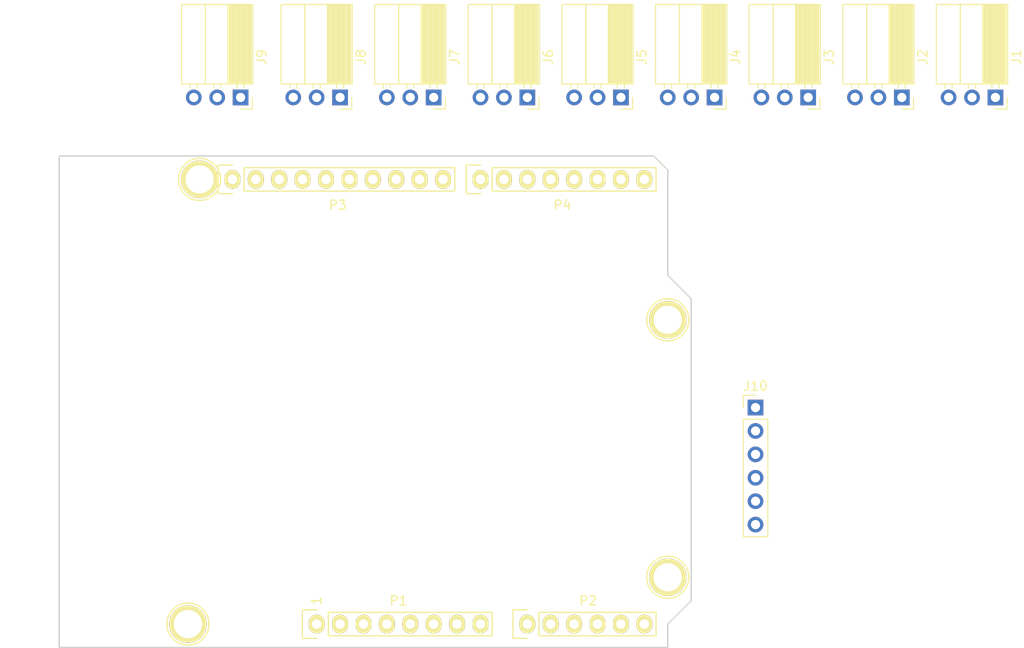
<source format=kicad_pcb>
(kicad_pcb (version 4) (host pcbnew 4.0.7)

  (general
    (links 24)
    (no_connects 24)
    (area 110.922999 72.949999 179.653001 126.440001)
    (thickness 1.6)
    (drawings 27)
    (tracks 0)
    (zones 0)
    (modules 18)
    (nets 46)
  )

  (page A4)
  (title_block
    (date "lun. 30 mars 2015")
  )

  (layers
    (0 F.Cu signal)
    (31 B.Cu signal)
    (32 B.Adhes user)
    (33 F.Adhes user)
    (34 B.Paste user)
    (35 F.Paste user)
    (36 B.SilkS user)
    (37 F.SilkS user)
    (38 B.Mask user)
    (39 F.Mask user)
    (40 Dwgs.User user)
    (41 Cmts.User user)
    (42 Eco1.User user)
    (43 Eco2.User user)
    (44 Edge.Cuts user)
    (45 Margin user)
    (46 B.CrtYd user)
    (47 F.CrtYd user)
    (48 B.Fab user)
    (49 F.Fab user)
  )

  (setup
    (last_trace_width 0.25)
    (trace_clearance 0.2)
    (zone_clearance 0.508)
    (zone_45_only no)
    (trace_min 0.2)
    (segment_width 0.15)
    (edge_width 0.15)
    (via_size 0.6)
    (via_drill 0.4)
    (via_min_size 0.4)
    (via_min_drill 0.3)
    (uvia_size 0.3)
    (uvia_drill 0.1)
    (uvias_allowed no)
    (uvia_min_size 0.2)
    (uvia_min_drill 0.1)
    (pcb_text_width 0.3)
    (pcb_text_size 1.5 1.5)
    (mod_edge_width 0.15)
    (mod_text_size 1 1)
    (mod_text_width 0.15)
    (pad_size 4.064 4.064)
    (pad_drill 3.048)
    (pad_to_mask_clearance 0)
    (aux_axis_origin 110.998 126.365)
    (grid_origin 110.998 126.365)
    (visible_elements 7FFFFFFF)
    (pcbplotparams
      (layerselection 0x00030_80000001)
      (usegerberextensions false)
      (excludeedgelayer true)
      (linewidth 0.100000)
      (plotframeref false)
      (viasonmask false)
      (mode 1)
      (useauxorigin false)
      (hpglpennumber 1)
      (hpglpenspeed 20)
      (hpglpendiameter 15)
      (hpglpenoverlay 2)
      (psnegative false)
      (psa4output false)
      (plotreference true)
      (plotvalue true)
      (plotinvisibletext false)
      (padsonsilk false)
      (subtractmaskfromsilk false)
      (outputformat 1)
      (mirror false)
      (drillshape 1)
      (scaleselection 1)
      (outputdirectory ""))
  )

  (net 0 "")
  (net 1 /IOREF)
  (net 2 /Reset)
  (net 3 +5V)
  (net 4 GND)
  (net 5 /Vin)
  (net 6 /A0)
  (net 7 /A1)
  (net 8 /A2)
  (net 9 /A3)
  (net 10 /AREF)
  (net 11 "/A4(SDA)")
  (net 12 "/A5(SCL)")
  (net 13 "/9(**)")
  (net 14 /8)
  (net 15 /7)
  (net 16 "/6(**)")
  (net 17 "/5(**)")
  (net 18 /4)
  (net 19 "/3(**)")
  (net 20 /2)
  (net 21 "/1(Tx)")
  (net 22 "/0(Rx)")
  (net 23 "Net-(P5-Pad1)")
  (net 24 "Net-(P6-Pad1)")
  (net 25 "Net-(P7-Pad1)")
  (net 26 "Net-(P8-Pad1)")
  (net 27 "/13(SCK)")
  (net 28 "/10(**/SS)")
  (net 29 "Net-(P1-Pad1)")
  (net 30 +3V3)
  (net 31 "/12(MISO)")
  (net 32 "/11(**/MOSI)")
  (net 33 /LED1)
  (net 34 /LED2)
  (net 35 /LED3)
  (net 36 /LED4)
  (net 37 /LED5)
  (net 38 /LED6)
  (net 39 /LED7)
  (net 40 /LED8)
  (net 41 /LED9)
  (net 42 /IB1)
  (net 43 /IA1)
  (net 44 /IB2)
  (net 45 /IA2)

  (net_class Default "This is the default net class."
    (clearance 0.2)
    (trace_width 0.25)
    (via_dia 0.6)
    (via_drill 0.4)
    (uvia_dia 0.3)
    (uvia_drill 0.1)
    (add_net +3V3)
    (add_net +5V)
    (add_net "/0(Rx)")
    (add_net "/1(Tx)")
    (add_net "/10(**/SS)")
    (add_net "/11(**/MOSI)")
    (add_net "/12(MISO)")
    (add_net "/13(SCK)")
    (add_net /2)
    (add_net "/3(**)")
    (add_net /4)
    (add_net "/5(**)")
    (add_net "/6(**)")
    (add_net /7)
    (add_net /8)
    (add_net "/9(**)")
    (add_net /A0)
    (add_net /A1)
    (add_net /A2)
    (add_net /A3)
    (add_net "/A4(SDA)")
    (add_net "/A5(SCL)")
    (add_net /AREF)
    (add_net /IA1)
    (add_net /IA2)
    (add_net /IB1)
    (add_net /IB2)
    (add_net /IOREF)
    (add_net /LED1)
    (add_net /LED2)
    (add_net /LED3)
    (add_net /LED4)
    (add_net /LED5)
    (add_net /LED6)
    (add_net /LED7)
    (add_net /LED8)
    (add_net /LED9)
    (add_net /Reset)
    (add_net /Vin)
    (add_net GND)
    (add_net "Net-(P1-Pad1)")
    (add_net "Net-(P5-Pad1)")
    (add_net "Net-(P6-Pad1)")
    (add_net "Net-(P7-Pad1)")
    (add_net "Net-(P8-Pad1)")
  )

  (module Socket_Arduino_Uno:Socket_Strip_Arduino_1x08 locked (layer F.Cu) (tedit 552168D2) (tstamp 551AF9EA)
    (at 138.938 123.825)
    (descr "Through hole socket strip")
    (tags "socket strip")
    (path /56D70129)
    (fp_text reference P1 (at 8.89 -2.54) (layer F.SilkS)
      (effects (font (size 1 1) (thickness 0.15)))
    )
    (fp_text value Power (at 8.89 -4.064) (layer F.Fab)
      (effects (font (size 1 1) (thickness 0.15)))
    )
    (fp_line (start -1.75 -1.75) (end -1.75 1.75) (layer F.CrtYd) (width 0.05))
    (fp_line (start 19.55 -1.75) (end 19.55 1.75) (layer F.CrtYd) (width 0.05))
    (fp_line (start -1.75 -1.75) (end 19.55 -1.75) (layer F.CrtYd) (width 0.05))
    (fp_line (start -1.75 1.75) (end 19.55 1.75) (layer F.CrtYd) (width 0.05))
    (fp_line (start 1.27 1.27) (end 19.05 1.27) (layer F.SilkS) (width 0.15))
    (fp_line (start 19.05 1.27) (end 19.05 -1.27) (layer F.SilkS) (width 0.15))
    (fp_line (start 19.05 -1.27) (end 1.27 -1.27) (layer F.SilkS) (width 0.15))
    (fp_line (start -1.55 1.55) (end 0 1.55) (layer F.SilkS) (width 0.15))
    (fp_line (start 1.27 1.27) (end 1.27 -1.27) (layer F.SilkS) (width 0.15))
    (fp_line (start 0 -1.55) (end -1.55 -1.55) (layer F.SilkS) (width 0.15))
    (fp_line (start -1.55 -1.55) (end -1.55 1.55) (layer F.SilkS) (width 0.15))
    (pad 1 thru_hole oval (at 0 0) (size 1.7272 2.032) (drill 1.016) (layers *.Cu *.Mask F.SilkS)
      (net 29 "Net-(P1-Pad1)"))
    (pad 2 thru_hole oval (at 2.54 0) (size 1.7272 2.032) (drill 1.016) (layers *.Cu *.Mask F.SilkS)
      (net 1 /IOREF))
    (pad 3 thru_hole oval (at 5.08 0) (size 1.7272 2.032) (drill 1.016) (layers *.Cu *.Mask F.SilkS)
      (net 2 /Reset))
    (pad 4 thru_hole oval (at 7.62 0) (size 1.7272 2.032) (drill 1.016) (layers *.Cu *.Mask F.SilkS)
      (net 30 +3V3))
    (pad 5 thru_hole oval (at 10.16 0) (size 1.7272 2.032) (drill 1.016) (layers *.Cu *.Mask F.SilkS)
      (net 3 +5V))
    (pad 6 thru_hole oval (at 12.7 0) (size 1.7272 2.032) (drill 1.016) (layers *.Cu *.Mask F.SilkS)
      (net 4 GND))
    (pad 7 thru_hole oval (at 15.24 0) (size 1.7272 2.032) (drill 1.016) (layers *.Cu *.Mask F.SilkS)
      (net 4 GND))
    (pad 8 thru_hole oval (at 17.78 0) (size 1.7272 2.032) (drill 1.016) (layers *.Cu *.Mask F.SilkS)
      (net 5 /Vin))
    (model ${KIPRJMOD}/Socket_Arduino_Uno.3dshapes/Socket_header_Arduino_1x08.wrl
      (at (xyz 0.35 0 0))
      (scale (xyz 1 1 1))
      (rotate (xyz 0 0 180))
    )
  )

  (module Socket_Arduino_Uno:Socket_Strip_Arduino_1x06 locked (layer F.Cu) (tedit 552168D6) (tstamp 551AF9FF)
    (at 161.798 123.825)
    (descr "Through hole socket strip")
    (tags "socket strip")
    (path /56D70DD8)
    (fp_text reference P2 (at 6.604 -2.54) (layer F.SilkS)
      (effects (font (size 1 1) (thickness 0.15)))
    )
    (fp_text value Analog (at 6.604 -4.064) (layer F.Fab)
      (effects (font (size 1 1) (thickness 0.15)))
    )
    (fp_line (start -1.75 -1.75) (end -1.75 1.75) (layer F.CrtYd) (width 0.05))
    (fp_line (start 14.45 -1.75) (end 14.45 1.75) (layer F.CrtYd) (width 0.05))
    (fp_line (start -1.75 -1.75) (end 14.45 -1.75) (layer F.CrtYd) (width 0.05))
    (fp_line (start -1.75 1.75) (end 14.45 1.75) (layer F.CrtYd) (width 0.05))
    (fp_line (start 1.27 1.27) (end 13.97 1.27) (layer F.SilkS) (width 0.15))
    (fp_line (start 13.97 1.27) (end 13.97 -1.27) (layer F.SilkS) (width 0.15))
    (fp_line (start 13.97 -1.27) (end 1.27 -1.27) (layer F.SilkS) (width 0.15))
    (fp_line (start -1.55 1.55) (end 0 1.55) (layer F.SilkS) (width 0.15))
    (fp_line (start 1.27 1.27) (end 1.27 -1.27) (layer F.SilkS) (width 0.15))
    (fp_line (start 0 -1.55) (end -1.55 -1.55) (layer F.SilkS) (width 0.15))
    (fp_line (start -1.55 -1.55) (end -1.55 1.55) (layer F.SilkS) (width 0.15))
    (pad 1 thru_hole oval (at 0 0) (size 1.7272 2.032) (drill 1.016) (layers *.Cu *.Mask F.SilkS)
      (net 6 /A0))
    (pad 2 thru_hole oval (at 2.54 0) (size 1.7272 2.032) (drill 1.016) (layers *.Cu *.Mask F.SilkS)
      (net 7 /A1))
    (pad 3 thru_hole oval (at 5.08 0) (size 1.7272 2.032) (drill 1.016) (layers *.Cu *.Mask F.SilkS)
      (net 8 /A2))
    (pad 4 thru_hole oval (at 7.62 0) (size 1.7272 2.032) (drill 1.016) (layers *.Cu *.Mask F.SilkS)
      (net 9 /A3))
    (pad 5 thru_hole oval (at 10.16 0) (size 1.7272 2.032) (drill 1.016) (layers *.Cu *.Mask F.SilkS)
      (net 11 "/A4(SDA)"))
    (pad 6 thru_hole oval (at 12.7 0) (size 1.7272 2.032) (drill 1.016) (layers *.Cu *.Mask F.SilkS)
      (net 12 "/A5(SCL)"))
    (model ${KIPRJMOD}/Socket_Arduino_Uno.3dshapes/Socket_header_Arduino_1x06.wrl
      (at (xyz 0.25 0 0))
      (scale (xyz 1 1 1))
      (rotate (xyz 0 0 180))
    )
  )

  (module Socket_Arduino_Uno:Socket_Strip_Arduino_1x10 locked (layer F.Cu) (tedit 552168BF) (tstamp 551AFA18)
    (at 129.794 75.565)
    (descr "Through hole socket strip")
    (tags "socket strip")
    (path /56D721E0)
    (fp_text reference P3 (at 11.43 2.794) (layer F.SilkS)
      (effects (font (size 1 1) (thickness 0.15)))
    )
    (fp_text value Digital (at 11.43 4.318) (layer F.Fab)
      (effects (font (size 1 1) (thickness 0.15)))
    )
    (fp_line (start -1.75 -1.75) (end -1.75 1.75) (layer F.CrtYd) (width 0.05))
    (fp_line (start 24.65 -1.75) (end 24.65 1.75) (layer F.CrtYd) (width 0.05))
    (fp_line (start -1.75 -1.75) (end 24.65 -1.75) (layer F.CrtYd) (width 0.05))
    (fp_line (start -1.75 1.75) (end 24.65 1.75) (layer F.CrtYd) (width 0.05))
    (fp_line (start 1.27 1.27) (end 24.13 1.27) (layer F.SilkS) (width 0.15))
    (fp_line (start 24.13 1.27) (end 24.13 -1.27) (layer F.SilkS) (width 0.15))
    (fp_line (start 24.13 -1.27) (end 1.27 -1.27) (layer F.SilkS) (width 0.15))
    (fp_line (start -1.55 1.55) (end 0 1.55) (layer F.SilkS) (width 0.15))
    (fp_line (start 1.27 1.27) (end 1.27 -1.27) (layer F.SilkS) (width 0.15))
    (fp_line (start 0 -1.55) (end -1.55 -1.55) (layer F.SilkS) (width 0.15))
    (fp_line (start -1.55 -1.55) (end -1.55 1.55) (layer F.SilkS) (width 0.15))
    (pad 1 thru_hole oval (at 0 0) (size 1.7272 2.032) (drill 1.016) (layers *.Cu *.Mask F.SilkS)
      (net 12 "/A5(SCL)"))
    (pad 2 thru_hole oval (at 2.54 0) (size 1.7272 2.032) (drill 1.016) (layers *.Cu *.Mask F.SilkS)
      (net 11 "/A4(SDA)"))
    (pad 3 thru_hole oval (at 5.08 0) (size 1.7272 2.032) (drill 1.016) (layers *.Cu *.Mask F.SilkS)
      (net 10 /AREF))
    (pad 4 thru_hole oval (at 7.62 0) (size 1.7272 2.032) (drill 1.016) (layers *.Cu *.Mask F.SilkS)
      (net 4 GND))
    (pad 5 thru_hole oval (at 10.16 0) (size 1.7272 2.032) (drill 1.016) (layers *.Cu *.Mask F.SilkS)
      (net 27 "/13(SCK)"))
    (pad 6 thru_hole oval (at 12.7 0) (size 1.7272 2.032) (drill 1.016) (layers *.Cu *.Mask F.SilkS)
      (net 31 "/12(MISO)"))
    (pad 7 thru_hole oval (at 15.24 0) (size 1.7272 2.032) (drill 1.016) (layers *.Cu *.Mask F.SilkS)
      (net 32 "/11(**/MOSI)"))
    (pad 8 thru_hole oval (at 17.78 0) (size 1.7272 2.032) (drill 1.016) (layers *.Cu *.Mask F.SilkS)
      (net 28 "/10(**/SS)"))
    (pad 9 thru_hole oval (at 20.32 0) (size 1.7272 2.032) (drill 1.016) (layers *.Cu *.Mask F.SilkS)
      (net 13 "/9(**)"))
    (pad 10 thru_hole oval (at 22.86 0) (size 1.7272 2.032) (drill 1.016) (layers *.Cu *.Mask F.SilkS)
      (net 14 /8))
    (model ${KIPRJMOD}/Socket_Arduino_Uno.3dshapes/Socket_header_Arduino_1x10.wrl
      (at (xyz 0.45 0 0))
      (scale (xyz 1 1 1))
      (rotate (xyz 0 0 180))
    )
  )

  (module Socket_Arduino_Uno:Socket_Strip_Arduino_1x08 locked (layer F.Cu) (tedit 552168C7) (tstamp 551AFA2F)
    (at 156.718 75.565)
    (descr "Through hole socket strip")
    (tags "socket strip")
    (path /56D7164F)
    (fp_text reference P4 (at 8.89 2.794) (layer F.SilkS)
      (effects (font (size 1 1) (thickness 0.15)))
    )
    (fp_text value Digital (at 8.89 4.318) (layer F.Fab)
      (effects (font (size 1 1) (thickness 0.15)))
    )
    (fp_line (start -1.75 -1.75) (end -1.75 1.75) (layer F.CrtYd) (width 0.05))
    (fp_line (start 19.55 -1.75) (end 19.55 1.75) (layer F.CrtYd) (width 0.05))
    (fp_line (start -1.75 -1.75) (end 19.55 -1.75) (layer F.CrtYd) (width 0.05))
    (fp_line (start -1.75 1.75) (end 19.55 1.75) (layer F.CrtYd) (width 0.05))
    (fp_line (start 1.27 1.27) (end 19.05 1.27) (layer F.SilkS) (width 0.15))
    (fp_line (start 19.05 1.27) (end 19.05 -1.27) (layer F.SilkS) (width 0.15))
    (fp_line (start 19.05 -1.27) (end 1.27 -1.27) (layer F.SilkS) (width 0.15))
    (fp_line (start -1.55 1.55) (end 0 1.55) (layer F.SilkS) (width 0.15))
    (fp_line (start 1.27 1.27) (end 1.27 -1.27) (layer F.SilkS) (width 0.15))
    (fp_line (start 0 -1.55) (end -1.55 -1.55) (layer F.SilkS) (width 0.15))
    (fp_line (start -1.55 -1.55) (end -1.55 1.55) (layer F.SilkS) (width 0.15))
    (pad 1 thru_hole oval (at 0 0) (size 1.7272 2.032) (drill 1.016) (layers *.Cu *.Mask F.SilkS)
      (net 15 /7))
    (pad 2 thru_hole oval (at 2.54 0) (size 1.7272 2.032) (drill 1.016) (layers *.Cu *.Mask F.SilkS)
      (net 16 "/6(**)"))
    (pad 3 thru_hole oval (at 5.08 0) (size 1.7272 2.032) (drill 1.016) (layers *.Cu *.Mask F.SilkS)
      (net 17 "/5(**)"))
    (pad 4 thru_hole oval (at 7.62 0) (size 1.7272 2.032) (drill 1.016) (layers *.Cu *.Mask F.SilkS)
      (net 18 /4))
    (pad 5 thru_hole oval (at 10.16 0) (size 1.7272 2.032) (drill 1.016) (layers *.Cu *.Mask F.SilkS)
      (net 19 "/3(**)"))
    (pad 6 thru_hole oval (at 12.7 0) (size 1.7272 2.032) (drill 1.016) (layers *.Cu *.Mask F.SilkS)
      (net 20 /2))
    (pad 7 thru_hole oval (at 15.24 0) (size 1.7272 2.032) (drill 1.016) (layers *.Cu *.Mask F.SilkS)
      (net 21 "/1(Tx)"))
    (pad 8 thru_hole oval (at 17.78 0) (size 1.7272 2.032) (drill 1.016) (layers *.Cu *.Mask F.SilkS)
      (net 22 "/0(Rx)"))
    (model ${KIPRJMOD}/Socket_Arduino_Uno.3dshapes/Socket_header_Arduino_1x08.wrl
      (at (xyz 0.35 0 0))
      (scale (xyz 1 1 1))
      (rotate (xyz 0 0 180))
    )
  )

  (module Socket_Arduino_Uno:Arduino_1pin locked (layer F.Cu) (tedit 5524FC39) (tstamp 5524FC3F)
    (at 124.968 123.825)
    (descr "module 1 pin (ou trou mecanique de percage)")
    (tags DEV)
    (path /56D71177)
    (fp_text reference P5 (at 0 -3.048) (layer F.SilkS) hide
      (effects (font (size 1 1) (thickness 0.15)))
    )
    (fp_text value CONN_01X01 (at 0 2.794) (layer F.Fab) hide
      (effects (font (size 1 1) (thickness 0.15)))
    )
    (fp_circle (center 0 0) (end 0 -2.286) (layer F.SilkS) (width 0.15))
    (pad 1 thru_hole circle (at 0 0) (size 4.064 4.064) (drill 3.048) (layers *.Cu *.Mask F.SilkS)
      (net 23 "Net-(P5-Pad1)"))
  )

  (module Socket_Arduino_Uno:Arduino_1pin locked (layer F.Cu) (tedit 5524FC4A) (tstamp 5524FC44)
    (at 177.038 118.745)
    (descr "module 1 pin (ou trou mecanique de percage)")
    (tags DEV)
    (path /56D71274)
    (fp_text reference P6 (at 0 -3.048) (layer F.SilkS) hide
      (effects (font (size 1 1) (thickness 0.15)))
    )
    (fp_text value CONN_01X01 (at 0 2.794) (layer F.Fab) hide
      (effects (font (size 1 1) (thickness 0.15)))
    )
    (fp_circle (center 0 0) (end 0 -2.286) (layer F.SilkS) (width 0.15))
    (pad 1 thru_hole circle (at 0 0) (size 4.064 4.064) (drill 3.048) (layers *.Cu *.Mask F.SilkS)
      (net 24 "Net-(P6-Pad1)"))
  )

  (module Socket_Arduino_Uno:Arduino_1pin locked (layer F.Cu) (tedit 5524FC2F) (tstamp 5524FC49)
    (at 126.238 75.565)
    (descr "module 1 pin (ou trou mecanique de percage)")
    (tags DEV)
    (path /56D712A8)
    (fp_text reference P7 (at 0 -3.048) (layer F.SilkS) hide
      (effects (font (size 1 1) (thickness 0.15)))
    )
    (fp_text value CONN_01X01 (at 0 2.794) (layer F.Fab) hide
      (effects (font (size 1 1) (thickness 0.15)))
    )
    (fp_circle (center 0 0) (end 0 -2.286) (layer F.SilkS) (width 0.15))
    (pad 1 thru_hole circle (at 0 0) (size 4.064 4.064) (drill 3.048) (layers *.Cu *.Mask F.SilkS)
      (net 25 "Net-(P7-Pad1)"))
  )

  (module Socket_Arduino_Uno:Arduino_1pin locked (layer F.Cu) (tedit 5524FC41) (tstamp 5524FC4E)
    (at 177.038 90.805)
    (descr "module 1 pin (ou trou mecanique de percage)")
    (tags DEV)
    (path /56D712DB)
    (fp_text reference P8 (at 0 -3.048) (layer F.SilkS) hide
      (effects (font (size 1 1) (thickness 0.15)))
    )
    (fp_text value CONN_01X01 (at 0 2.794) (layer F.Fab) hide
      (effects (font (size 1 1) (thickness 0.15)))
    )
    (fp_circle (center 0 0) (end 0 -2.286) (layer F.SilkS) (width 0.15))
    (pad 1 thru_hole circle (at 0 0) (size 4.064 4.064) (drill 3.048) (layers *.Cu *.Mask F.SilkS)
      (net 26 "Net-(P8-Pad1)"))
  )

  (module Socket_Strips:Socket_Strip_Angled_1x03_Pitch2.54mm (layer F.Cu) (tedit 58CD5446) (tstamp 5A85B9D0)
    (at 212.598 66.675 270)
    (descr "Through hole angled socket strip, 1x03, 2.54mm pitch, 8.51mm socket length, single row")
    (tags "Through hole angled socket strip THT 1x03 2.54mm single row")
    (path /5A859814)
    (fp_text reference J1 (at -4.38 -2.27 270) (layer F.SilkS)
      (effects (font (size 1 1) (thickness 0.15)))
    )
    (fp_text value Conn_01x03 (at -4.38 7.35 270) (layer F.Fab)
      (effects (font (size 1 1) (thickness 0.15)))
    )
    (fp_line (start -1.52 -1.27) (end -1.52 1.27) (layer F.Fab) (width 0.1))
    (fp_line (start -1.52 1.27) (end -10.03 1.27) (layer F.Fab) (width 0.1))
    (fp_line (start -10.03 1.27) (end -10.03 -1.27) (layer F.Fab) (width 0.1))
    (fp_line (start -10.03 -1.27) (end -1.52 -1.27) (layer F.Fab) (width 0.1))
    (fp_line (start 0 -0.32) (end 0 0.32) (layer F.Fab) (width 0.1))
    (fp_line (start 0 0.32) (end -1.52 0.32) (layer F.Fab) (width 0.1))
    (fp_line (start -1.52 0.32) (end -1.52 -0.32) (layer F.Fab) (width 0.1))
    (fp_line (start -1.52 -0.32) (end 0 -0.32) (layer F.Fab) (width 0.1))
    (fp_line (start -1.52 1.27) (end -1.52 3.81) (layer F.Fab) (width 0.1))
    (fp_line (start -1.52 3.81) (end -10.03 3.81) (layer F.Fab) (width 0.1))
    (fp_line (start -10.03 3.81) (end -10.03 1.27) (layer F.Fab) (width 0.1))
    (fp_line (start -10.03 1.27) (end -1.52 1.27) (layer F.Fab) (width 0.1))
    (fp_line (start 0 2.22) (end 0 2.86) (layer F.Fab) (width 0.1))
    (fp_line (start 0 2.86) (end -1.52 2.86) (layer F.Fab) (width 0.1))
    (fp_line (start -1.52 2.86) (end -1.52 2.22) (layer F.Fab) (width 0.1))
    (fp_line (start -1.52 2.22) (end 0 2.22) (layer F.Fab) (width 0.1))
    (fp_line (start -1.52 3.81) (end -1.52 6.35) (layer F.Fab) (width 0.1))
    (fp_line (start -1.52 6.35) (end -10.03 6.35) (layer F.Fab) (width 0.1))
    (fp_line (start -10.03 6.35) (end -10.03 3.81) (layer F.Fab) (width 0.1))
    (fp_line (start -10.03 3.81) (end -1.52 3.81) (layer F.Fab) (width 0.1))
    (fp_line (start 0 4.76) (end 0 5.4) (layer F.Fab) (width 0.1))
    (fp_line (start 0 5.4) (end -1.52 5.4) (layer F.Fab) (width 0.1))
    (fp_line (start -1.52 5.4) (end -1.52 4.76) (layer F.Fab) (width 0.1))
    (fp_line (start -1.52 4.76) (end 0 4.76) (layer F.Fab) (width 0.1))
    (fp_line (start -1.46 -1.33) (end -1.46 1.27) (layer F.SilkS) (width 0.12))
    (fp_line (start -1.46 1.27) (end -10.09 1.27) (layer F.SilkS) (width 0.12))
    (fp_line (start -10.09 1.27) (end -10.09 -1.33) (layer F.SilkS) (width 0.12))
    (fp_line (start -10.09 -1.33) (end -1.46 -1.33) (layer F.SilkS) (width 0.12))
    (fp_line (start -1.03 -0.38) (end -1.46 -0.38) (layer F.SilkS) (width 0.12))
    (fp_line (start -1.03 0.38) (end -1.46 0.38) (layer F.SilkS) (width 0.12))
    (fp_line (start -1.46 -1.15) (end -10.09 -1.15) (layer F.SilkS) (width 0.12))
    (fp_line (start -1.46 -1.03) (end -10.09 -1.03) (layer F.SilkS) (width 0.12))
    (fp_line (start -1.46 -0.91) (end -10.09 -0.91) (layer F.SilkS) (width 0.12))
    (fp_line (start -1.46 -0.79) (end -10.09 -0.79) (layer F.SilkS) (width 0.12))
    (fp_line (start -1.46 -0.67) (end -10.09 -0.67) (layer F.SilkS) (width 0.12))
    (fp_line (start -1.46 -0.55) (end -10.09 -0.55) (layer F.SilkS) (width 0.12))
    (fp_line (start -1.46 -0.43) (end -10.09 -0.43) (layer F.SilkS) (width 0.12))
    (fp_line (start -1.46 -0.31) (end -10.09 -0.31) (layer F.SilkS) (width 0.12))
    (fp_line (start -1.46 -0.19) (end -10.09 -0.19) (layer F.SilkS) (width 0.12))
    (fp_line (start -1.46 -0.07) (end -10.09 -0.07) (layer F.SilkS) (width 0.12))
    (fp_line (start -1.46 0.05) (end -10.09 0.05) (layer F.SilkS) (width 0.12))
    (fp_line (start -1.46 0.17) (end -10.09 0.17) (layer F.SilkS) (width 0.12))
    (fp_line (start -1.46 0.29) (end -10.09 0.29) (layer F.SilkS) (width 0.12))
    (fp_line (start -1.46 0.41) (end -10.09 0.41) (layer F.SilkS) (width 0.12))
    (fp_line (start -1.46 0.53) (end -10.09 0.53) (layer F.SilkS) (width 0.12))
    (fp_line (start -1.46 0.65) (end -10.09 0.65) (layer F.SilkS) (width 0.12))
    (fp_line (start -1.46 0.77) (end -10.09 0.77) (layer F.SilkS) (width 0.12))
    (fp_line (start -1.46 0.89) (end -10.09 0.89) (layer F.SilkS) (width 0.12))
    (fp_line (start -1.46 1.01) (end -10.09 1.01) (layer F.SilkS) (width 0.12))
    (fp_line (start -1.46 1.13) (end -10.09 1.13) (layer F.SilkS) (width 0.12))
    (fp_line (start -1.46 1.25) (end -10.09 1.25) (layer F.SilkS) (width 0.12))
    (fp_line (start -1.46 1.37) (end -10.09 1.37) (layer F.SilkS) (width 0.12))
    (fp_line (start -1.46 1.27) (end -1.46 3.81) (layer F.SilkS) (width 0.12))
    (fp_line (start -1.46 3.81) (end -10.09 3.81) (layer F.SilkS) (width 0.12))
    (fp_line (start -10.09 3.81) (end -10.09 1.27) (layer F.SilkS) (width 0.12))
    (fp_line (start -10.09 1.27) (end -1.46 1.27) (layer F.SilkS) (width 0.12))
    (fp_line (start -1.03 2.16) (end -1.46 2.16) (layer F.SilkS) (width 0.12))
    (fp_line (start -1.03 2.92) (end -1.46 2.92) (layer F.SilkS) (width 0.12))
    (fp_line (start -1.46 3.81) (end -1.46 6.41) (layer F.SilkS) (width 0.12))
    (fp_line (start -1.46 6.41) (end -10.09 6.41) (layer F.SilkS) (width 0.12))
    (fp_line (start -10.09 6.41) (end -10.09 3.81) (layer F.SilkS) (width 0.12))
    (fp_line (start -10.09 3.81) (end -1.46 3.81) (layer F.SilkS) (width 0.12))
    (fp_line (start -1.03 4.7) (end -1.46 4.7) (layer F.SilkS) (width 0.12))
    (fp_line (start -1.03 5.46) (end -1.46 5.46) (layer F.SilkS) (width 0.12))
    (fp_line (start 0 -1.27) (end 1.27 -1.27) (layer F.SilkS) (width 0.12))
    (fp_line (start 1.27 -1.27) (end 1.27 0) (layer F.SilkS) (width 0.12))
    (fp_line (start 1.8 -1.8) (end 1.8 6.85) (layer F.CrtYd) (width 0.05))
    (fp_line (start 1.8 6.85) (end -10.55 6.85) (layer F.CrtYd) (width 0.05))
    (fp_line (start -10.55 6.85) (end -10.55 -1.8) (layer F.CrtYd) (width 0.05))
    (fp_line (start -10.55 -1.8) (end 1.8 -1.8) (layer F.CrtYd) (width 0.05))
    (fp_text user %R (at -4.38 -2.27 270) (layer F.Fab)
      (effects (font (size 1 1) (thickness 0.15)))
    )
    (pad 1 thru_hole rect (at 0 0 270) (size 1.7 1.7) (drill 1) (layers *.Cu *.Mask)
      (net 3 +5V))
    (pad 2 thru_hole oval (at 0 2.54 270) (size 1.7 1.7) (drill 1) (layers *.Cu *.Mask)
      (net 33 /LED1))
    (pad 3 thru_hole oval (at 0 5.08 270) (size 1.7 1.7) (drill 1) (layers *.Cu *.Mask)
      (net 4 GND))
    (model ${KISYS3DMOD}/Socket_Strips.3dshapes/Socket_Strip_Angled_1x03_Pitch2.54mm.wrl
      (at (xyz 0 -0.1 0))
      (scale (xyz 1 1 1))
      (rotate (xyz 0 0 270))
    )
  )

  (module Socket_Strips:Socket_Strip_Angled_1x03_Pitch2.54mm (layer F.Cu) (tedit 58CD5446) (tstamp 5A85B9D7)
    (at 202.438 66.675 270)
    (descr "Through hole angled socket strip, 1x03, 2.54mm pitch, 8.51mm socket length, single row")
    (tags "Through hole angled socket strip THT 1x03 2.54mm single row")
    (path /5A85B5E4)
    (fp_text reference J2 (at -4.38 -2.27 270) (layer F.SilkS)
      (effects (font (size 1 1) (thickness 0.15)))
    )
    (fp_text value Conn_01x03 (at -4.38 7.35 270) (layer F.Fab)
      (effects (font (size 1 1) (thickness 0.15)))
    )
    (fp_line (start -1.52 -1.27) (end -1.52 1.27) (layer F.Fab) (width 0.1))
    (fp_line (start -1.52 1.27) (end -10.03 1.27) (layer F.Fab) (width 0.1))
    (fp_line (start -10.03 1.27) (end -10.03 -1.27) (layer F.Fab) (width 0.1))
    (fp_line (start -10.03 -1.27) (end -1.52 -1.27) (layer F.Fab) (width 0.1))
    (fp_line (start 0 -0.32) (end 0 0.32) (layer F.Fab) (width 0.1))
    (fp_line (start 0 0.32) (end -1.52 0.32) (layer F.Fab) (width 0.1))
    (fp_line (start -1.52 0.32) (end -1.52 -0.32) (layer F.Fab) (width 0.1))
    (fp_line (start -1.52 -0.32) (end 0 -0.32) (layer F.Fab) (width 0.1))
    (fp_line (start -1.52 1.27) (end -1.52 3.81) (layer F.Fab) (width 0.1))
    (fp_line (start -1.52 3.81) (end -10.03 3.81) (layer F.Fab) (width 0.1))
    (fp_line (start -10.03 3.81) (end -10.03 1.27) (layer F.Fab) (width 0.1))
    (fp_line (start -10.03 1.27) (end -1.52 1.27) (layer F.Fab) (width 0.1))
    (fp_line (start 0 2.22) (end 0 2.86) (layer F.Fab) (width 0.1))
    (fp_line (start 0 2.86) (end -1.52 2.86) (layer F.Fab) (width 0.1))
    (fp_line (start -1.52 2.86) (end -1.52 2.22) (layer F.Fab) (width 0.1))
    (fp_line (start -1.52 2.22) (end 0 2.22) (layer F.Fab) (width 0.1))
    (fp_line (start -1.52 3.81) (end -1.52 6.35) (layer F.Fab) (width 0.1))
    (fp_line (start -1.52 6.35) (end -10.03 6.35) (layer F.Fab) (width 0.1))
    (fp_line (start -10.03 6.35) (end -10.03 3.81) (layer F.Fab) (width 0.1))
    (fp_line (start -10.03 3.81) (end -1.52 3.81) (layer F.Fab) (width 0.1))
    (fp_line (start 0 4.76) (end 0 5.4) (layer F.Fab) (width 0.1))
    (fp_line (start 0 5.4) (end -1.52 5.4) (layer F.Fab) (width 0.1))
    (fp_line (start -1.52 5.4) (end -1.52 4.76) (layer F.Fab) (width 0.1))
    (fp_line (start -1.52 4.76) (end 0 4.76) (layer F.Fab) (width 0.1))
    (fp_line (start -1.46 -1.33) (end -1.46 1.27) (layer F.SilkS) (width 0.12))
    (fp_line (start -1.46 1.27) (end -10.09 1.27) (layer F.SilkS) (width 0.12))
    (fp_line (start -10.09 1.27) (end -10.09 -1.33) (layer F.SilkS) (width 0.12))
    (fp_line (start -10.09 -1.33) (end -1.46 -1.33) (layer F.SilkS) (width 0.12))
    (fp_line (start -1.03 -0.38) (end -1.46 -0.38) (layer F.SilkS) (width 0.12))
    (fp_line (start -1.03 0.38) (end -1.46 0.38) (layer F.SilkS) (width 0.12))
    (fp_line (start -1.46 -1.15) (end -10.09 -1.15) (layer F.SilkS) (width 0.12))
    (fp_line (start -1.46 -1.03) (end -10.09 -1.03) (layer F.SilkS) (width 0.12))
    (fp_line (start -1.46 -0.91) (end -10.09 -0.91) (layer F.SilkS) (width 0.12))
    (fp_line (start -1.46 -0.79) (end -10.09 -0.79) (layer F.SilkS) (width 0.12))
    (fp_line (start -1.46 -0.67) (end -10.09 -0.67) (layer F.SilkS) (width 0.12))
    (fp_line (start -1.46 -0.55) (end -10.09 -0.55) (layer F.SilkS) (width 0.12))
    (fp_line (start -1.46 -0.43) (end -10.09 -0.43) (layer F.SilkS) (width 0.12))
    (fp_line (start -1.46 -0.31) (end -10.09 -0.31) (layer F.SilkS) (width 0.12))
    (fp_line (start -1.46 -0.19) (end -10.09 -0.19) (layer F.SilkS) (width 0.12))
    (fp_line (start -1.46 -0.07) (end -10.09 -0.07) (layer F.SilkS) (width 0.12))
    (fp_line (start -1.46 0.05) (end -10.09 0.05) (layer F.SilkS) (width 0.12))
    (fp_line (start -1.46 0.17) (end -10.09 0.17) (layer F.SilkS) (width 0.12))
    (fp_line (start -1.46 0.29) (end -10.09 0.29) (layer F.SilkS) (width 0.12))
    (fp_line (start -1.46 0.41) (end -10.09 0.41) (layer F.SilkS) (width 0.12))
    (fp_line (start -1.46 0.53) (end -10.09 0.53) (layer F.SilkS) (width 0.12))
    (fp_line (start -1.46 0.65) (end -10.09 0.65) (layer F.SilkS) (width 0.12))
    (fp_line (start -1.46 0.77) (end -10.09 0.77) (layer F.SilkS) (width 0.12))
    (fp_line (start -1.46 0.89) (end -10.09 0.89) (layer F.SilkS) (width 0.12))
    (fp_line (start -1.46 1.01) (end -10.09 1.01) (layer F.SilkS) (width 0.12))
    (fp_line (start -1.46 1.13) (end -10.09 1.13) (layer F.SilkS) (width 0.12))
    (fp_line (start -1.46 1.25) (end -10.09 1.25) (layer F.SilkS) (width 0.12))
    (fp_line (start -1.46 1.37) (end -10.09 1.37) (layer F.SilkS) (width 0.12))
    (fp_line (start -1.46 1.27) (end -1.46 3.81) (layer F.SilkS) (width 0.12))
    (fp_line (start -1.46 3.81) (end -10.09 3.81) (layer F.SilkS) (width 0.12))
    (fp_line (start -10.09 3.81) (end -10.09 1.27) (layer F.SilkS) (width 0.12))
    (fp_line (start -10.09 1.27) (end -1.46 1.27) (layer F.SilkS) (width 0.12))
    (fp_line (start -1.03 2.16) (end -1.46 2.16) (layer F.SilkS) (width 0.12))
    (fp_line (start -1.03 2.92) (end -1.46 2.92) (layer F.SilkS) (width 0.12))
    (fp_line (start -1.46 3.81) (end -1.46 6.41) (layer F.SilkS) (width 0.12))
    (fp_line (start -1.46 6.41) (end -10.09 6.41) (layer F.SilkS) (width 0.12))
    (fp_line (start -10.09 6.41) (end -10.09 3.81) (layer F.SilkS) (width 0.12))
    (fp_line (start -10.09 3.81) (end -1.46 3.81) (layer F.SilkS) (width 0.12))
    (fp_line (start -1.03 4.7) (end -1.46 4.7) (layer F.SilkS) (width 0.12))
    (fp_line (start -1.03 5.46) (end -1.46 5.46) (layer F.SilkS) (width 0.12))
    (fp_line (start 0 -1.27) (end 1.27 -1.27) (layer F.SilkS) (width 0.12))
    (fp_line (start 1.27 -1.27) (end 1.27 0) (layer F.SilkS) (width 0.12))
    (fp_line (start 1.8 -1.8) (end 1.8 6.85) (layer F.CrtYd) (width 0.05))
    (fp_line (start 1.8 6.85) (end -10.55 6.85) (layer F.CrtYd) (width 0.05))
    (fp_line (start -10.55 6.85) (end -10.55 -1.8) (layer F.CrtYd) (width 0.05))
    (fp_line (start -10.55 -1.8) (end 1.8 -1.8) (layer F.CrtYd) (width 0.05))
    (fp_text user %R (at -4.38 -2.27 270) (layer F.Fab)
      (effects (font (size 1 1) (thickness 0.15)))
    )
    (pad 1 thru_hole rect (at 0 0 270) (size 1.7 1.7) (drill 1) (layers *.Cu *.Mask)
      (net 3 +5V))
    (pad 2 thru_hole oval (at 0 2.54 270) (size 1.7 1.7) (drill 1) (layers *.Cu *.Mask)
      (net 34 /LED2))
    (pad 3 thru_hole oval (at 0 5.08 270) (size 1.7 1.7) (drill 1) (layers *.Cu *.Mask)
      (net 4 GND))
    (model ${KISYS3DMOD}/Socket_Strips.3dshapes/Socket_Strip_Angled_1x03_Pitch2.54mm.wrl
      (at (xyz 0 -0.1 0))
      (scale (xyz 1 1 1))
      (rotate (xyz 0 0 270))
    )
  )

  (module Socket_Strips:Socket_Strip_Angled_1x03_Pitch2.54mm (layer F.Cu) (tedit 58CD5446) (tstamp 5A85B9DE)
    (at 192.278 66.675 270)
    (descr "Through hole angled socket strip, 1x03, 2.54mm pitch, 8.51mm socket length, single row")
    (tags "Through hole angled socket strip THT 1x03 2.54mm single row")
    (path /5A85B80D)
    (fp_text reference J3 (at -4.38 -2.27 270) (layer F.SilkS)
      (effects (font (size 1 1) (thickness 0.15)))
    )
    (fp_text value Conn_01x03 (at -4.38 7.35 270) (layer F.Fab)
      (effects (font (size 1 1) (thickness 0.15)))
    )
    (fp_line (start -1.52 -1.27) (end -1.52 1.27) (layer F.Fab) (width 0.1))
    (fp_line (start -1.52 1.27) (end -10.03 1.27) (layer F.Fab) (width 0.1))
    (fp_line (start -10.03 1.27) (end -10.03 -1.27) (layer F.Fab) (width 0.1))
    (fp_line (start -10.03 -1.27) (end -1.52 -1.27) (layer F.Fab) (width 0.1))
    (fp_line (start 0 -0.32) (end 0 0.32) (layer F.Fab) (width 0.1))
    (fp_line (start 0 0.32) (end -1.52 0.32) (layer F.Fab) (width 0.1))
    (fp_line (start -1.52 0.32) (end -1.52 -0.32) (layer F.Fab) (width 0.1))
    (fp_line (start -1.52 -0.32) (end 0 -0.32) (layer F.Fab) (width 0.1))
    (fp_line (start -1.52 1.27) (end -1.52 3.81) (layer F.Fab) (width 0.1))
    (fp_line (start -1.52 3.81) (end -10.03 3.81) (layer F.Fab) (width 0.1))
    (fp_line (start -10.03 3.81) (end -10.03 1.27) (layer F.Fab) (width 0.1))
    (fp_line (start -10.03 1.27) (end -1.52 1.27) (layer F.Fab) (width 0.1))
    (fp_line (start 0 2.22) (end 0 2.86) (layer F.Fab) (width 0.1))
    (fp_line (start 0 2.86) (end -1.52 2.86) (layer F.Fab) (width 0.1))
    (fp_line (start -1.52 2.86) (end -1.52 2.22) (layer F.Fab) (width 0.1))
    (fp_line (start -1.52 2.22) (end 0 2.22) (layer F.Fab) (width 0.1))
    (fp_line (start -1.52 3.81) (end -1.52 6.35) (layer F.Fab) (width 0.1))
    (fp_line (start -1.52 6.35) (end -10.03 6.35) (layer F.Fab) (width 0.1))
    (fp_line (start -10.03 6.35) (end -10.03 3.81) (layer F.Fab) (width 0.1))
    (fp_line (start -10.03 3.81) (end -1.52 3.81) (layer F.Fab) (width 0.1))
    (fp_line (start 0 4.76) (end 0 5.4) (layer F.Fab) (width 0.1))
    (fp_line (start 0 5.4) (end -1.52 5.4) (layer F.Fab) (width 0.1))
    (fp_line (start -1.52 5.4) (end -1.52 4.76) (layer F.Fab) (width 0.1))
    (fp_line (start -1.52 4.76) (end 0 4.76) (layer F.Fab) (width 0.1))
    (fp_line (start -1.46 -1.33) (end -1.46 1.27) (layer F.SilkS) (width 0.12))
    (fp_line (start -1.46 1.27) (end -10.09 1.27) (layer F.SilkS) (width 0.12))
    (fp_line (start -10.09 1.27) (end -10.09 -1.33) (layer F.SilkS) (width 0.12))
    (fp_line (start -10.09 -1.33) (end -1.46 -1.33) (layer F.SilkS) (width 0.12))
    (fp_line (start -1.03 -0.38) (end -1.46 -0.38) (layer F.SilkS) (width 0.12))
    (fp_line (start -1.03 0.38) (end -1.46 0.38) (layer F.SilkS) (width 0.12))
    (fp_line (start -1.46 -1.15) (end -10.09 -1.15) (layer F.SilkS) (width 0.12))
    (fp_line (start -1.46 -1.03) (end -10.09 -1.03) (layer F.SilkS) (width 0.12))
    (fp_line (start -1.46 -0.91) (end -10.09 -0.91) (layer F.SilkS) (width 0.12))
    (fp_line (start -1.46 -0.79) (end -10.09 -0.79) (layer F.SilkS) (width 0.12))
    (fp_line (start -1.46 -0.67) (end -10.09 -0.67) (layer F.SilkS) (width 0.12))
    (fp_line (start -1.46 -0.55) (end -10.09 -0.55) (layer F.SilkS) (width 0.12))
    (fp_line (start -1.46 -0.43) (end -10.09 -0.43) (layer F.SilkS) (width 0.12))
    (fp_line (start -1.46 -0.31) (end -10.09 -0.31) (layer F.SilkS) (width 0.12))
    (fp_line (start -1.46 -0.19) (end -10.09 -0.19) (layer F.SilkS) (width 0.12))
    (fp_line (start -1.46 -0.07) (end -10.09 -0.07) (layer F.SilkS) (width 0.12))
    (fp_line (start -1.46 0.05) (end -10.09 0.05) (layer F.SilkS) (width 0.12))
    (fp_line (start -1.46 0.17) (end -10.09 0.17) (layer F.SilkS) (width 0.12))
    (fp_line (start -1.46 0.29) (end -10.09 0.29) (layer F.SilkS) (width 0.12))
    (fp_line (start -1.46 0.41) (end -10.09 0.41) (layer F.SilkS) (width 0.12))
    (fp_line (start -1.46 0.53) (end -10.09 0.53) (layer F.SilkS) (width 0.12))
    (fp_line (start -1.46 0.65) (end -10.09 0.65) (layer F.SilkS) (width 0.12))
    (fp_line (start -1.46 0.77) (end -10.09 0.77) (layer F.SilkS) (width 0.12))
    (fp_line (start -1.46 0.89) (end -10.09 0.89) (layer F.SilkS) (width 0.12))
    (fp_line (start -1.46 1.01) (end -10.09 1.01) (layer F.SilkS) (width 0.12))
    (fp_line (start -1.46 1.13) (end -10.09 1.13) (layer F.SilkS) (width 0.12))
    (fp_line (start -1.46 1.25) (end -10.09 1.25) (layer F.SilkS) (width 0.12))
    (fp_line (start -1.46 1.37) (end -10.09 1.37) (layer F.SilkS) (width 0.12))
    (fp_line (start -1.46 1.27) (end -1.46 3.81) (layer F.SilkS) (width 0.12))
    (fp_line (start -1.46 3.81) (end -10.09 3.81) (layer F.SilkS) (width 0.12))
    (fp_line (start -10.09 3.81) (end -10.09 1.27) (layer F.SilkS) (width 0.12))
    (fp_line (start -10.09 1.27) (end -1.46 1.27) (layer F.SilkS) (width 0.12))
    (fp_line (start -1.03 2.16) (end -1.46 2.16) (layer F.SilkS) (width 0.12))
    (fp_line (start -1.03 2.92) (end -1.46 2.92) (layer F.SilkS) (width 0.12))
    (fp_line (start -1.46 3.81) (end -1.46 6.41) (layer F.SilkS) (width 0.12))
    (fp_line (start -1.46 6.41) (end -10.09 6.41) (layer F.SilkS) (width 0.12))
    (fp_line (start -10.09 6.41) (end -10.09 3.81) (layer F.SilkS) (width 0.12))
    (fp_line (start -10.09 3.81) (end -1.46 3.81) (layer F.SilkS) (width 0.12))
    (fp_line (start -1.03 4.7) (end -1.46 4.7) (layer F.SilkS) (width 0.12))
    (fp_line (start -1.03 5.46) (end -1.46 5.46) (layer F.SilkS) (width 0.12))
    (fp_line (start 0 -1.27) (end 1.27 -1.27) (layer F.SilkS) (width 0.12))
    (fp_line (start 1.27 -1.27) (end 1.27 0) (layer F.SilkS) (width 0.12))
    (fp_line (start 1.8 -1.8) (end 1.8 6.85) (layer F.CrtYd) (width 0.05))
    (fp_line (start 1.8 6.85) (end -10.55 6.85) (layer F.CrtYd) (width 0.05))
    (fp_line (start -10.55 6.85) (end -10.55 -1.8) (layer F.CrtYd) (width 0.05))
    (fp_line (start -10.55 -1.8) (end 1.8 -1.8) (layer F.CrtYd) (width 0.05))
    (fp_text user %R (at -4.38 -2.27 270) (layer F.Fab)
      (effects (font (size 1 1) (thickness 0.15)))
    )
    (pad 1 thru_hole rect (at 0 0 270) (size 1.7 1.7) (drill 1) (layers *.Cu *.Mask)
      (net 3 +5V))
    (pad 2 thru_hole oval (at 0 2.54 270) (size 1.7 1.7) (drill 1) (layers *.Cu *.Mask)
      (net 35 /LED3))
    (pad 3 thru_hole oval (at 0 5.08 270) (size 1.7 1.7) (drill 1) (layers *.Cu *.Mask)
      (net 4 GND))
    (model ${KISYS3DMOD}/Socket_Strips.3dshapes/Socket_Strip_Angled_1x03_Pitch2.54mm.wrl
      (at (xyz 0 -0.1 0))
      (scale (xyz 1 1 1))
      (rotate (xyz 0 0 270))
    )
  )

  (module Socket_Strips:Socket_Strip_Angled_1x03_Pitch2.54mm (layer F.Cu) (tedit 58CD5446) (tstamp 5A85B9E5)
    (at 182.118 66.675 270)
    (descr "Through hole angled socket strip, 1x03, 2.54mm pitch, 8.51mm socket length, single row")
    (tags "Through hole angled socket strip THT 1x03 2.54mm single row")
    (path /5A85B826)
    (fp_text reference J4 (at -4.38 -2.27 270) (layer F.SilkS)
      (effects (font (size 1 1) (thickness 0.15)))
    )
    (fp_text value Conn_01x03 (at -4.38 7.35 270) (layer F.Fab)
      (effects (font (size 1 1) (thickness 0.15)))
    )
    (fp_line (start -1.52 -1.27) (end -1.52 1.27) (layer F.Fab) (width 0.1))
    (fp_line (start -1.52 1.27) (end -10.03 1.27) (layer F.Fab) (width 0.1))
    (fp_line (start -10.03 1.27) (end -10.03 -1.27) (layer F.Fab) (width 0.1))
    (fp_line (start -10.03 -1.27) (end -1.52 -1.27) (layer F.Fab) (width 0.1))
    (fp_line (start 0 -0.32) (end 0 0.32) (layer F.Fab) (width 0.1))
    (fp_line (start 0 0.32) (end -1.52 0.32) (layer F.Fab) (width 0.1))
    (fp_line (start -1.52 0.32) (end -1.52 -0.32) (layer F.Fab) (width 0.1))
    (fp_line (start -1.52 -0.32) (end 0 -0.32) (layer F.Fab) (width 0.1))
    (fp_line (start -1.52 1.27) (end -1.52 3.81) (layer F.Fab) (width 0.1))
    (fp_line (start -1.52 3.81) (end -10.03 3.81) (layer F.Fab) (width 0.1))
    (fp_line (start -10.03 3.81) (end -10.03 1.27) (layer F.Fab) (width 0.1))
    (fp_line (start -10.03 1.27) (end -1.52 1.27) (layer F.Fab) (width 0.1))
    (fp_line (start 0 2.22) (end 0 2.86) (layer F.Fab) (width 0.1))
    (fp_line (start 0 2.86) (end -1.52 2.86) (layer F.Fab) (width 0.1))
    (fp_line (start -1.52 2.86) (end -1.52 2.22) (layer F.Fab) (width 0.1))
    (fp_line (start -1.52 2.22) (end 0 2.22) (layer F.Fab) (width 0.1))
    (fp_line (start -1.52 3.81) (end -1.52 6.35) (layer F.Fab) (width 0.1))
    (fp_line (start -1.52 6.35) (end -10.03 6.35) (layer F.Fab) (width 0.1))
    (fp_line (start -10.03 6.35) (end -10.03 3.81) (layer F.Fab) (width 0.1))
    (fp_line (start -10.03 3.81) (end -1.52 3.81) (layer F.Fab) (width 0.1))
    (fp_line (start 0 4.76) (end 0 5.4) (layer F.Fab) (width 0.1))
    (fp_line (start 0 5.4) (end -1.52 5.4) (layer F.Fab) (width 0.1))
    (fp_line (start -1.52 5.4) (end -1.52 4.76) (layer F.Fab) (width 0.1))
    (fp_line (start -1.52 4.76) (end 0 4.76) (layer F.Fab) (width 0.1))
    (fp_line (start -1.46 -1.33) (end -1.46 1.27) (layer F.SilkS) (width 0.12))
    (fp_line (start -1.46 1.27) (end -10.09 1.27) (layer F.SilkS) (width 0.12))
    (fp_line (start -10.09 1.27) (end -10.09 -1.33) (layer F.SilkS) (width 0.12))
    (fp_line (start -10.09 -1.33) (end -1.46 -1.33) (layer F.SilkS) (width 0.12))
    (fp_line (start -1.03 -0.38) (end -1.46 -0.38) (layer F.SilkS) (width 0.12))
    (fp_line (start -1.03 0.38) (end -1.46 0.38) (layer F.SilkS) (width 0.12))
    (fp_line (start -1.46 -1.15) (end -10.09 -1.15) (layer F.SilkS) (width 0.12))
    (fp_line (start -1.46 -1.03) (end -10.09 -1.03) (layer F.SilkS) (width 0.12))
    (fp_line (start -1.46 -0.91) (end -10.09 -0.91) (layer F.SilkS) (width 0.12))
    (fp_line (start -1.46 -0.79) (end -10.09 -0.79) (layer F.SilkS) (width 0.12))
    (fp_line (start -1.46 -0.67) (end -10.09 -0.67) (layer F.SilkS) (width 0.12))
    (fp_line (start -1.46 -0.55) (end -10.09 -0.55) (layer F.SilkS) (width 0.12))
    (fp_line (start -1.46 -0.43) (end -10.09 -0.43) (layer F.SilkS) (width 0.12))
    (fp_line (start -1.46 -0.31) (end -10.09 -0.31) (layer F.SilkS) (width 0.12))
    (fp_line (start -1.46 -0.19) (end -10.09 -0.19) (layer F.SilkS) (width 0.12))
    (fp_line (start -1.46 -0.07) (end -10.09 -0.07) (layer F.SilkS) (width 0.12))
    (fp_line (start -1.46 0.05) (end -10.09 0.05) (layer F.SilkS) (width 0.12))
    (fp_line (start -1.46 0.17) (end -10.09 0.17) (layer F.SilkS) (width 0.12))
    (fp_line (start -1.46 0.29) (end -10.09 0.29) (layer F.SilkS) (width 0.12))
    (fp_line (start -1.46 0.41) (end -10.09 0.41) (layer F.SilkS) (width 0.12))
    (fp_line (start -1.46 0.53) (end -10.09 0.53) (layer F.SilkS) (width 0.12))
    (fp_line (start -1.46 0.65) (end -10.09 0.65) (layer F.SilkS) (width 0.12))
    (fp_line (start -1.46 0.77) (end -10.09 0.77) (layer F.SilkS) (width 0.12))
    (fp_line (start -1.46 0.89) (end -10.09 0.89) (layer F.SilkS) (width 0.12))
    (fp_line (start -1.46 1.01) (end -10.09 1.01) (layer F.SilkS) (width 0.12))
    (fp_line (start -1.46 1.13) (end -10.09 1.13) (layer F.SilkS) (width 0.12))
    (fp_line (start -1.46 1.25) (end -10.09 1.25) (layer F.SilkS) (width 0.12))
    (fp_line (start -1.46 1.37) (end -10.09 1.37) (layer F.SilkS) (width 0.12))
    (fp_line (start -1.46 1.27) (end -1.46 3.81) (layer F.SilkS) (width 0.12))
    (fp_line (start -1.46 3.81) (end -10.09 3.81) (layer F.SilkS) (width 0.12))
    (fp_line (start -10.09 3.81) (end -10.09 1.27) (layer F.SilkS) (width 0.12))
    (fp_line (start -10.09 1.27) (end -1.46 1.27) (layer F.SilkS) (width 0.12))
    (fp_line (start -1.03 2.16) (end -1.46 2.16) (layer F.SilkS) (width 0.12))
    (fp_line (start -1.03 2.92) (end -1.46 2.92) (layer F.SilkS) (width 0.12))
    (fp_line (start -1.46 3.81) (end -1.46 6.41) (layer F.SilkS) (width 0.12))
    (fp_line (start -1.46 6.41) (end -10.09 6.41) (layer F.SilkS) (width 0.12))
    (fp_line (start -10.09 6.41) (end -10.09 3.81) (layer F.SilkS) (width 0.12))
    (fp_line (start -10.09 3.81) (end -1.46 3.81) (layer F.SilkS) (width 0.12))
    (fp_line (start -1.03 4.7) (end -1.46 4.7) (layer F.SilkS) (width 0.12))
    (fp_line (start -1.03 5.46) (end -1.46 5.46) (layer F.SilkS) (width 0.12))
    (fp_line (start 0 -1.27) (end 1.27 -1.27) (layer F.SilkS) (width 0.12))
    (fp_line (start 1.27 -1.27) (end 1.27 0) (layer F.SilkS) (width 0.12))
    (fp_line (start 1.8 -1.8) (end 1.8 6.85) (layer F.CrtYd) (width 0.05))
    (fp_line (start 1.8 6.85) (end -10.55 6.85) (layer F.CrtYd) (width 0.05))
    (fp_line (start -10.55 6.85) (end -10.55 -1.8) (layer F.CrtYd) (width 0.05))
    (fp_line (start -10.55 -1.8) (end 1.8 -1.8) (layer F.CrtYd) (width 0.05))
    (fp_text user %R (at -4.38 -2.27 270) (layer F.Fab)
      (effects (font (size 1 1) (thickness 0.15)))
    )
    (pad 1 thru_hole rect (at 0 0 270) (size 1.7 1.7) (drill 1) (layers *.Cu *.Mask)
      (net 3 +5V))
    (pad 2 thru_hole oval (at 0 2.54 270) (size 1.7 1.7) (drill 1) (layers *.Cu *.Mask)
      (net 36 /LED4))
    (pad 3 thru_hole oval (at 0 5.08 270) (size 1.7 1.7) (drill 1) (layers *.Cu *.Mask)
      (net 4 GND))
    (model ${KISYS3DMOD}/Socket_Strips.3dshapes/Socket_Strip_Angled_1x03_Pitch2.54mm.wrl
      (at (xyz 0 -0.1 0))
      (scale (xyz 1 1 1))
      (rotate (xyz 0 0 270))
    )
  )

  (module Socket_Strips:Socket_Strip_Angled_1x03_Pitch2.54mm (layer F.Cu) (tedit 5A85B9A7) (tstamp 5A85B9EC)
    (at 171.958 66.675 270)
    (descr "Through hole angled socket strip, 1x03, 2.54mm pitch, 8.51mm socket length, single row")
    (tags "Through hole angled socket strip THT 1x03 2.54mm single row")
    (path /5A85BA6F)
    (fp_text reference J5 (at -4.38 -2.27 270) (layer F.SilkS)
      (effects (font (size 1 1) (thickness 0.15)))
    )
    (fp_text value Conn_01x03 (at -4.38 7.35 270) (layer F.Fab) hide
      (effects (font (size 1 1) (thickness 0.15)))
    )
    (fp_line (start -1.52 -1.27) (end -1.52 1.27) (layer F.Fab) (width 0.1))
    (fp_line (start -1.52 1.27) (end -10.03 1.27) (layer F.Fab) (width 0.1))
    (fp_line (start -10.03 1.27) (end -10.03 -1.27) (layer F.Fab) (width 0.1))
    (fp_line (start -10.03 -1.27) (end -1.52 -1.27) (layer F.Fab) (width 0.1))
    (fp_line (start 0 -0.32) (end 0 0.32) (layer F.Fab) (width 0.1))
    (fp_line (start 0 0.32) (end -1.52 0.32) (layer F.Fab) (width 0.1))
    (fp_line (start -1.52 0.32) (end -1.52 -0.32) (layer F.Fab) (width 0.1))
    (fp_line (start -1.52 -0.32) (end 0 -0.32) (layer F.Fab) (width 0.1))
    (fp_line (start -1.52 1.27) (end -1.52 3.81) (layer F.Fab) (width 0.1))
    (fp_line (start -1.52 3.81) (end -10.03 3.81) (layer F.Fab) (width 0.1))
    (fp_line (start -10.03 3.81) (end -10.03 1.27) (layer F.Fab) (width 0.1))
    (fp_line (start -10.03 1.27) (end -1.52 1.27) (layer F.Fab) (width 0.1))
    (fp_line (start 0 2.22) (end 0 2.86) (layer F.Fab) (width 0.1))
    (fp_line (start 0 2.86) (end -1.52 2.86) (layer F.Fab) (width 0.1))
    (fp_line (start -1.52 2.86) (end -1.52 2.22) (layer F.Fab) (width 0.1))
    (fp_line (start -1.52 2.22) (end 0 2.22) (layer F.Fab) (width 0.1))
    (fp_line (start -1.52 3.81) (end -1.52 6.35) (layer F.Fab) (width 0.1))
    (fp_line (start -1.52 6.35) (end -10.03 6.35) (layer F.Fab) (width 0.1))
    (fp_line (start -10.03 6.35) (end -10.03 3.81) (layer F.Fab) (width 0.1))
    (fp_line (start -10.03 3.81) (end -1.52 3.81) (layer F.Fab) (width 0.1))
    (fp_line (start 0 4.76) (end 0 5.4) (layer F.Fab) (width 0.1))
    (fp_line (start 0 5.4) (end -1.52 5.4) (layer F.Fab) (width 0.1))
    (fp_line (start -1.52 5.4) (end -1.52 4.76) (layer F.Fab) (width 0.1))
    (fp_line (start -1.52 4.76) (end 0 4.76) (layer F.Fab) (width 0.1))
    (fp_line (start -1.46 -1.33) (end -1.46 1.27) (layer F.SilkS) (width 0.12))
    (fp_line (start -1.46 1.27) (end -10.09 1.27) (layer F.SilkS) (width 0.12))
    (fp_line (start -10.09 1.27) (end -10.09 -1.33) (layer F.SilkS) (width 0.12))
    (fp_line (start -10.09 -1.33) (end -1.46 -1.33) (layer F.SilkS) (width 0.12))
    (fp_line (start -1.03 -0.38) (end -1.46 -0.38) (layer F.SilkS) (width 0.12))
    (fp_line (start -1.03 0.38) (end -1.46 0.38) (layer F.SilkS) (width 0.12))
    (fp_line (start -1.46 -1.15) (end -10.09 -1.15) (layer F.SilkS) (width 0.12))
    (fp_line (start -1.46 -1.03) (end -10.09 -1.03) (layer F.SilkS) (width 0.12))
    (fp_line (start -1.46 -0.91) (end -10.09 -0.91) (layer F.SilkS) (width 0.12))
    (fp_line (start -1.46 -0.79) (end -10.09 -0.79) (layer F.SilkS) (width 0.12))
    (fp_line (start -1.46 -0.67) (end -10.09 -0.67) (layer F.SilkS) (width 0.12))
    (fp_line (start -1.46 -0.55) (end -10.09 -0.55) (layer F.SilkS) (width 0.12))
    (fp_line (start -1.46 -0.43) (end -10.09 -0.43) (layer F.SilkS) (width 0.12))
    (fp_line (start -1.46 -0.31) (end -10.09 -0.31) (layer F.SilkS) (width 0.12))
    (fp_line (start -1.46 -0.19) (end -10.09 -0.19) (layer F.SilkS) (width 0.12))
    (fp_line (start -1.46 -0.07) (end -10.09 -0.07) (layer F.SilkS) (width 0.12))
    (fp_line (start -1.46 0.05) (end -10.09 0.05) (layer F.SilkS) (width 0.12))
    (fp_line (start -1.46 0.17) (end -10.09 0.17) (layer F.SilkS) (width 0.12))
    (fp_line (start -1.46 0.29) (end -10.09 0.29) (layer F.SilkS) (width 0.12))
    (fp_line (start -1.46 0.41) (end -10.09 0.41) (layer F.SilkS) (width 0.12))
    (fp_line (start -1.46 0.53) (end -10.09 0.53) (layer F.SilkS) (width 0.12))
    (fp_line (start -1.46 0.65) (end -10.09 0.65) (layer F.SilkS) (width 0.12))
    (fp_line (start -1.46 0.77) (end -10.09 0.77) (layer F.SilkS) (width 0.12))
    (fp_line (start -1.46 0.89) (end -10.09 0.89) (layer F.SilkS) (width 0.12))
    (fp_line (start -1.46 1.01) (end -10.09 1.01) (layer F.SilkS) (width 0.12))
    (fp_line (start -1.46 1.13) (end -10.09 1.13) (layer F.SilkS) (width 0.12))
    (fp_line (start -1.46 1.25) (end -10.09 1.25) (layer F.SilkS) (width 0.12))
    (fp_line (start -1.46 1.37) (end -10.09 1.37) (layer F.SilkS) (width 0.12))
    (fp_line (start -1.46 1.27) (end -1.46 3.81) (layer F.SilkS) (width 0.12))
    (fp_line (start -1.46 3.81) (end -10.09 3.81) (layer F.SilkS) (width 0.12))
    (fp_line (start -10.09 3.81) (end -10.09 1.27) (layer F.SilkS) (width 0.12))
    (fp_line (start -10.09 1.27) (end -1.46 1.27) (layer F.SilkS) (width 0.12))
    (fp_line (start -1.03 2.16) (end -1.46 2.16) (layer F.SilkS) (width 0.12))
    (fp_line (start -1.03 2.92) (end -1.46 2.92) (layer F.SilkS) (width 0.12))
    (fp_line (start -1.46 3.81) (end -1.46 6.41) (layer F.SilkS) (width 0.12))
    (fp_line (start -1.46 6.41) (end -10.09 6.41) (layer F.SilkS) (width 0.12))
    (fp_line (start -10.09 6.41) (end -10.09 3.81) (layer F.SilkS) (width 0.12))
    (fp_line (start -10.09 3.81) (end -1.46 3.81) (layer F.SilkS) (width 0.12))
    (fp_line (start -1.03 4.7) (end -1.46 4.7) (layer F.SilkS) (width 0.12))
    (fp_line (start -1.03 5.46) (end -1.46 5.46) (layer F.SilkS) (width 0.12))
    (fp_line (start 0 -1.27) (end 1.27 -1.27) (layer F.SilkS) (width 0.12))
    (fp_line (start 1.27 -1.27) (end 1.27 0) (layer F.SilkS) (width 0.12))
    (fp_line (start 1.8 -1.8) (end 1.8 6.85) (layer F.CrtYd) (width 0.05))
    (fp_line (start 1.8 6.85) (end -10.55 6.85) (layer F.CrtYd) (width 0.05))
    (fp_line (start -10.55 6.85) (end -10.55 -1.8) (layer F.CrtYd) (width 0.05))
    (fp_line (start -10.55 -1.8) (end 1.8 -1.8) (layer F.CrtYd) (width 0.05))
    (fp_text user %R (at -4.38 -2.27 270) (layer F.Fab)
      (effects (font (size 1 1) (thickness 0.15)))
    )
    (pad 1 thru_hole rect (at 0 0 270) (size 1.7 1.7) (drill 1) (layers *.Cu *.Mask)
      (net 3 +5V))
    (pad 2 thru_hole oval (at 0 2.54 270) (size 1.7 1.7) (drill 1) (layers *.Cu *.Mask)
      (net 37 /LED5))
    (pad 3 thru_hole oval (at 0 5.08 270) (size 1.7 1.7) (drill 1) (layers *.Cu *.Mask)
      (net 4 GND))
    (model ${KISYS3DMOD}/Socket_Strips.3dshapes/Socket_Strip_Angled_1x03_Pitch2.54mm.wrl
      (at (xyz 0 -0.1 0))
      (scale (xyz 1 1 1))
      (rotate (xyz 0 0 270))
    )
  )

  (module Socket_Strips:Socket_Strip_Angled_1x03_Pitch2.54mm (layer F.Cu) (tedit 58CD5446) (tstamp 5A85B9F3)
    (at 161.798 66.675 270)
    (descr "Through hole angled socket strip, 1x03, 2.54mm pitch, 8.51mm socket length, single row")
    (tags "Through hole angled socket strip THT 1x03 2.54mm single row")
    (path /5A85BA88)
    (fp_text reference J6 (at -4.38 -2.27 270) (layer F.SilkS)
      (effects (font (size 1 1) (thickness 0.15)))
    )
    (fp_text value Conn_01x03 (at -4.38 7.35 270) (layer F.Fab)
      (effects (font (size 1 1) (thickness 0.15)))
    )
    (fp_line (start -1.52 -1.27) (end -1.52 1.27) (layer F.Fab) (width 0.1))
    (fp_line (start -1.52 1.27) (end -10.03 1.27) (layer F.Fab) (width 0.1))
    (fp_line (start -10.03 1.27) (end -10.03 -1.27) (layer F.Fab) (width 0.1))
    (fp_line (start -10.03 -1.27) (end -1.52 -1.27) (layer F.Fab) (width 0.1))
    (fp_line (start 0 -0.32) (end 0 0.32) (layer F.Fab) (width 0.1))
    (fp_line (start 0 0.32) (end -1.52 0.32) (layer F.Fab) (width 0.1))
    (fp_line (start -1.52 0.32) (end -1.52 -0.32) (layer F.Fab) (width 0.1))
    (fp_line (start -1.52 -0.32) (end 0 -0.32) (layer F.Fab) (width 0.1))
    (fp_line (start -1.52 1.27) (end -1.52 3.81) (layer F.Fab) (width 0.1))
    (fp_line (start -1.52 3.81) (end -10.03 3.81) (layer F.Fab) (width 0.1))
    (fp_line (start -10.03 3.81) (end -10.03 1.27) (layer F.Fab) (width 0.1))
    (fp_line (start -10.03 1.27) (end -1.52 1.27) (layer F.Fab) (width 0.1))
    (fp_line (start 0 2.22) (end 0 2.86) (layer F.Fab) (width 0.1))
    (fp_line (start 0 2.86) (end -1.52 2.86) (layer F.Fab) (width 0.1))
    (fp_line (start -1.52 2.86) (end -1.52 2.22) (layer F.Fab) (width 0.1))
    (fp_line (start -1.52 2.22) (end 0 2.22) (layer F.Fab) (width 0.1))
    (fp_line (start -1.52 3.81) (end -1.52 6.35) (layer F.Fab) (width 0.1))
    (fp_line (start -1.52 6.35) (end -10.03 6.35) (layer F.Fab) (width 0.1))
    (fp_line (start -10.03 6.35) (end -10.03 3.81) (layer F.Fab) (width 0.1))
    (fp_line (start -10.03 3.81) (end -1.52 3.81) (layer F.Fab) (width 0.1))
    (fp_line (start 0 4.76) (end 0 5.4) (layer F.Fab) (width 0.1))
    (fp_line (start 0 5.4) (end -1.52 5.4) (layer F.Fab) (width 0.1))
    (fp_line (start -1.52 5.4) (end -1.52 4.76) (layer F.Fab) (width 0.1))
    (fp_line (start -1.52 4.76) (end 0 4.76) (layer F.Fab) (width 0.1))
    (fp_line (start -1.46 -1.33) (end -1.46 1.27) (layer F.SilkS) (width 0.12))
    (fp_line (start -1.46 1.27) (end -10.09 1.27) (layer F.SilkS) (width 0.12))
    (fp_line (start -10.09 1.27) (end -10.09 -1.33) (layer F.SilkS) (width 0.12))
    (fp_line (start -10.09 -1.33) (end -1.46 -1.33) (layer F.SilkS) (width 0.12))
    (fp_line (start -1.03 -0.38) (end -1.46 -0.38) (layer F.SilkS) (width 0.12))
    (fp_line (start -1.03 0.38) (end -1.46 0.38) (layer F.SilkS) (width 0.12))
    (fp_line (start -1.46 -1.15) (end -10.09 -1.15) (layer F.SilkS) (width 0.12))
    (fp_line (start -1.46 -1.03) (end -10.09 -1.03) (layer F.SilkS) (width 0.12))
    (fp_line (start -1.46 -0.91) (end -10.09 -0.91) (layer F.SilkS) (width 0.12))
    (fp_line (start -1.46 -0.79) (end -10.09 -0.79) (layer F.SilkS) (width 0.12))
    (fp_line (start -1.46 -0.67) (end -10.09 -0.67) (layer F.SilkS) (width 0.12))
    (fp_line (start -1.46 -0.55) (end -10.09 -0.55) (layer F.SilkS) (width 0.12))
    (fp_line (start -1.46 -0.43) (end -10.09 -0.43) (layer F.SilkS) (width 0.12))
    (fp_line (start -1.46 -0.31) (end -10.09 -0.31) (layer F.SilkS) (width 0.12))
    (fp_line (start -1.46 -0.19) (end -10.09 -0.19) (layer F.SilkS) (width 0.12))
    (fp_line (start -1.46 -0.07) (end -10.09 -0.07) (layer F.SilkS) (width 0.12))
    (fp_line (start -1.46 0.05) (end -10.09 0.05) (layer F.SilkS) (width 0.12))
    (fp_line (start -1.46 0.17) (end -10.09 0.17) (layer F.SilkS) (width 0.12))
    (fp_line (start -1.46 0.29) (end -10.09 0.29) (layer F.SilkS) (width 0.12))
    (fp_line (start -1.46 0.41) (end -10.09 0.41) (layer F.SilkS) (width 0.12))
    (fp_line (start -1.46 0.53) (end -10.09 0.53) (layer F.SilkS) (width 0.12))
    (fp_line (start -1.46 0.65) (end -10.09 0.65) (layer F.SilkS) (width 0.12))
    (fp_line (start -1.46 0.77) (end -10.09 0.77) (layer F.SilkS) (width 0.12))
    (fp_line (start -1.46 0.89) (end -10.09 0.89) (layer F.SilkS) (width 0.12))
    (fp_line (start -1.46 1.01) (end -10.09 1.01) (layer F.SilkS) (width 0.12))
    (fp_line (start -1.46 1.13) (end -10.09 1.13) (layer F.SilkS) (width 0.12))
    (fp_line (start -1.46 1.25) (end -10.09 1.25) (layer F.SilkS) (width 0.12))
    (fp_line (start -1.46 1.37) (end -10.09 1.37) (layer F.SilkS) (width 0.12))
    (fp_line (start -1.46 1.27) (end -1.46 3.81) (layer F.SilkS) (width 0.12))
    (fp_line (start -1.46 3.81) (end -10.09 3.81) (layer F.SilkS) (width 0.12))
    (fp_line (start -10.09 3.81) (end -10.09 1.27) (layer F.SilkS) (width 0.12))
    (fp_line (start -10.09 1.27) (end -1.46 1.27) (layer F.SilkS) (width 0.12))
    (fp_line (start -1.03 2.16) (end -1.46 2.16) (layer F.SilkS) (width 0.12))
    (fp_line (start -1.03 2.92) (end -1.46 2.92) (layer F.SilkS) (width 0.12))
    (fp_line (start -1.46 3.81) (end -1.46 6.41) (layer F.SilkS) (width 0.12))
    (fp_line (start -1.46 6.41) (end -10.09 6.41) (layer F.SilkS) (width 0.12))
    (fp_line (start -10.09 6.41) (end -10.09 3.81) (layer F.SilkS) (width 0.12))
    (fp_line (start -10.09 3.81) (end -1.46 3.81) (layer F.SilkS) (width 0.12))
    (fp_line (start -1.03 4.7) (end -1.46 4.7) (layer F.SilkS) (width 0.12))
    (fp_line (start -1.03 5.46) (end -1.46 5.46) (layer F.SilkS) (width 0.12))
    (fp_line (start 0 -1.27) (end 1.27 -1.27) (layer F.SilkS) (width 0.12))
    (fp_line (start 1.27 -1.27) (end 1.27 0) (layer F.SilkS) (width 0.12))
    (fp_line (start 1.8 -1.8) (end 1.8 6.85) (layer F.CrtYd) (width 0.05))
    (fp_line (start 1.8 6.85) (end -10.55 6.85) (layer F.CrtYd) (width 0.05))
    (fp_line (start -10.55 6.85) (end -10.55 -1.8) (layer F.CrtYd) (width 0.05))
    (fp_line (start -10.55 -1.8) (end 1.8 -1.8) (layer F.CrtYd) (width 0.05))
    (fp_text user %R (at -4.38 -2.27 270) (layer F.Fab)
      (effects (font (size 1 1) (thickness 0.15)))
    )
    (pad 1 thru_hole rect (at 0 0 270) (size 1.7 1.7) (drill 1) (layers *.Cu *.Mask)
      (net 3 +5V))
    (pad 2 thru_hole oval (at 0 2.54 270) (size 1.7 1.7) (drill 1) (layers *.Cu *.Mask)
      (net 38 /LED6))
    (pad 3 thru_hole oval (at 0 5.08 270) (size 1.7 1.7) (drill 1) (layers *.Cu *.Mask)
      (net 4 GND))
    (model ${KISYS3DMOD}/Socket_Strips.3dshapes/Socket_Strip_Angled_1x03_Pitch2.54mm.wrl
      (at (xyz 0 -0.1 0))
      (scale (xyz 1 1 1))
      (rotate (xyz 0 0 270))
    )
  )

  (module Socket_Strips:Socket_Strip_Angled_1x03_Pitch2.54mm (layer F.Cu) (tedit 58CD5446) (tstamp 5A85B9FA)
    (at 151.638 66.675 270)
    (descr "Through hole angled socket strip, 1x03, 2.54mm pitch, 8.51mm socket length, single row")
    (tags "Through hole angled socket strip THT 1x03 2.54mm single row")
    (path /5A85BAA1)
    (fp_text reference J7 (at -4.38 -2.27 270) (layer F.SilkS)
      (effects (font (size 1 1) (thickness 0.15)))
    )
    (fp_text value Conn_01x03 (at -4.38 7.35 270) (layer F.Fab)
      (effects (font (size 1 1) (thickness 0.15)))
    )
    (fp_line (start -1.52 -1.27) (end -1.52 1.27) (layer F.Fab) (width 0.1))
    (fp_line (start -1.52 1.27) (end -10.03 1.27) (layer F.Fab) (width 0.1))
    (fp_line (start -10.03 1.27) (end -10.03 -1.27) (layer F.Fab) (width 0.1))
    (fp_line (start -10.03 -1.27) (end -1.52 -1.27) (layer F.Fab) (width 0.1))
    (fp_line (start 0 -0.32) (end 0 0.32) (layer F.Fab) (width 0.1))
    (fp_line (start 0 0.32) (end -1.52 0.32) (layer F.Fab) (width 0.1))
    (fp_line (start -1.52 0.32) (end -1.52 -0.32) (layer F.Fab) (width 0.1))
    (fp_line (start -1.52 -0.32) (end 0 -0.32) (layer F.Fab) (width 0.1))
    (fp_line (start -1.52 1.27) (end -1.52 3.81) (layer F.Fab) (width 0.1))
    (fp_line (start -1.52 3.81) (end -10.03 3.81) (layer F.Fab) (width 0.1))
    (fp_line (start -10.03 3.81) (end -10.03 1.27) (layer F.Fab) (width 0.1))
    (fp_line (start -10.03 1.27) (end -1.52 1.27) (layer F.Fab) (width 0.1))
    (fp_line (start 0 2.22) (end 0 2.86) (layer F.Fab) (width 0.1))
    (fp_line (start 0 2.86) (end -1.52 2.86) (layer F.Fab) (width 0.1))
    (fp_line (start -1.52 2.86) (end -1.52 2.22) (layer F.Fab) (width 0.1))
    (fp_line (start -1.52 2.22) (end 0 2.22) (layer F.Fab) (width 0.1))
    (fp_line (start -1.52 3.81) (end -1.52 6.35) (layer F.Fab) (width 0.1))
    (fp_line (start -1.52 6.35) (end -10.03 6.35) (layer F.Fab) (width 0.1))
    (fp_line (start -10.03 6.35) (end -10.03 3.81) (layer F.Fab) (width 0.1))
    (fp_line (start -10.03 3.81) (end -1.52 3.81) (layer F.Fab) (width 0.1))
    (fp_line (start 0 4.76) (end 0 5.4) (layer F.Fab) (width 0.1))
    (fp_line (start 0 5.4) (end -1.52 5.4) (layer F.Fab) (width 0.1))
    (fp_line (start -1.52 5.4) (end -1.52 4.76) (layer F.Fab) (width 0.1))
    (fp_line (start -1.52 4.76) (end 0 4.76) (layer F.Fab) (width 0.1))
    (fp_line (start -1.46 -1.33) (end -1.46 1.27) (layer F.SilkS) (width 0.12))
    (fp_line (start -1.46 1.27) (end -10.09 1.27) (layer F.SilkS) (width 0.12))
    (fp_line (start -10.09 1.27) (end -10.09 -1.33) (layer F.SilkS) (width 0.12))
    (fp_line (start -10.09 -1.33) (end -1.46 -1.33) (layer F.SilkS) (width 0.12))
    (fp_line (start -1.03 -0.38) (end -1.46 -0.38) (layer F.SilkS) (width 0.12))
    (fp_line (start -1.03 0.38) (end -1.46 0.38) (layer F.SilkS) (width 0.12))
    (fp_line (start -1.46 -1.15) (end -10.09 -1.15) (layer F.SilkS) (width 0.12))
    (fp_line (start -1.46 -1.03) (end -10.09 -1.03) (layer F.SilkS) (width 0.12))
    (fp_line (start -1.46 -0.91) (end -10.09 -0.91) (layer F.SilkS) (width 0.12))
    (fp_line (start -1.46 -0.79) (end -10.09 -0.79) (layer F.SilkS) (width 0.12))
    (fp_line (start -1.46 -0.67) (end -10.09 -0.67) (layer F.SilkS) (width 0.12))
    (fp_line (start -1.46 -0.55) (end -10.09 -0.55) (layer F.SilkS) (width 0.12))
    (fp_line (start -1.46 -0.43) (end -10.09 -0.43) (layer F.SilkS) (width 0.12))
    (fp_line (start -1.46 -0.31) (end -10.09 -0.31) (layer F.SilkS) (width 0.12))
    (fp_line (start -1.46 -0.19) (end -10.09 -0.19) (layer F.SilkS) (width 0.12))
    (fp_line (start -1.46 -0.07) (end -10.09 -0.07) (layer F.SilkS) (width 0.12))
    (fp_line (start -1.46 0.05) (end -10.09 0.05) (layer F.SilkS) (width 0.12))
    (fp_line (start -1.46 0.17) (end -10.09 0.17) (layer F.SilkS) (width 0.12))
    (fp_line (start -1.46 0.29) (end -10.09 0.29) (layer F.SilkS) (width 0.12))
    (fp_line (start -1.46 0.41) (end -10.09 0.41) (layer F.SilkS) (width 0.12))
    (fp_line (start -1.46 0.53) (end -10.09 0.53) (layer F.SilkS) (width 0.12))
    (fp_line (start -1.46 0.65) (end -10.09 0.65) (layer F.SilkS) (width 0.12))
    (fp_line (start -1.46 0.77) (end -10.09 0.77) (layer F.SilkS) (width 0.12))
    (fp_line (start -1.46 0.89) (end -10.09 0.89) (layer F.SilkS) (width 0.12))
    (fp_line (start -1.46 1.01) (end -10.09 1.01) (layer F.SilkS) (width 0.12))
    (fp_line (start -1.46 1.13) (end -10.09 1.13) (layer F.SilkS) (width 0.12))
    (fp_line (start -1.46 1.25) (end -10.09 1.25) (layer F.SilkS) (width 0.12))
    (fp_line (start -1.46 1.37) (end -10.09 1.37) (layer F.SilkS) (width 0.12))
    (fp_line (start -1.46 1.27) (end -1.46 3.81) (layer F.SilkS) (width 0.12))
    (fp_line (start -1.46 3.81) (end -10.09 3.81) (layer F.SilkS) (width 0.12))
    (fp_line (start -10.09 3.81) (end -10.09 1.27) (layer F.SilkS) (width 0.12))
    (fp_line (start -10.09 1.27) (end -1.46 1.27) (layer F.SilkS) (width 0.12))
    (fp_line (start -1.03 2.16) (end -1.46 2.16) (layer F.SilkS) (width 0.12))
    (fp_line (start -1.03 2.92) (end -1.46 2.92) (layer F.SilkS) (width 0.12))
    (fp_line (start -1.46 3.81) (end -1.46 6.41) (layer F.SilkS) (width 0.12))
    (fp_line (start -1.46 6.41) (end -10.09 6.41) (layer F.SilkS) (width 0.12))
    (fp_line (start -10.09 6.41) (end -10.09 3.81) (layer F.SilkS) (width 0.12))
    (fp_line (start -10.09 3.81) (end -1.46 3.81) (layer F.SilkS) (width 0.12))
    (fp_line (start -1.03 4.7) (end -1.46 4.7) (layer F.SilkS) (width 0.12))
    (fp_line (start -1.03 5.46) (end -1.46 5.46) (layer F.SilkS) (width 0.12))
    (fp_line (start 0 -1.27) (end 1.27 -1.27) (layer F.SilkS) (width 0.12))
    (fp_line (start 1.27 -1.27) (end 1.27 0) (layer F.SilkS) (width 0.12))
    (fp_line (start 1.8 -1.8) (end 1.8 6.85) (layer F.CrtYd) (width 0.05))
    (fp_line (start 1.8 6.85) (end -10.55 6.85) (layer F.CrtYd) (width 0.05))
    (fp_line (start -10.55 6.85) (end -10.55 -1.8) (layer F.CrtYd) (width 0.05))
    (fp_line (start -10.55 -1.8) (end 1.8 -1.8) (layer F.CrtYd) (width 0.05))
    (fp_text user %R (at -4.38 -2.27 270) (layer F.Fab)
      (effects (font (size 1 1) (thickness 0.15)))
    )
    (pad 1 thru_hole rect (at 0 0 270) (size 1.7 1.7) (drill 1) (layers *.Cu *.Mask)
      (net 3 +5V))
    (pad 2 thru_hole oval (at 0 2.54 270) (size 1.7 1.7) (drill 1) (layers *.Cu *.Mask)
      (net 39 /LED7))
    (pad 3 thru_hole oval (at 0 5.08 270) (size 1.7 1.7) (drill 1) (layers *.Cu *.Mask)
      (net 4 GND))
    (model ${KISYS3DMOD}/Socket_Strips.3dshapes/Socket_Strip_Angled_1x03_Pitch2.54mm.wrl
      (at (xyz 0 -0.1 0))
      (scale (xyz 1 1 1))
      (rotate (xyz 0 0 270))
    )
  )

  (module Socket_Strips:Socket_Strip_Angled_1x03_Pitch2.54mm (layer F.Cu) (tedit 58CD5446) (tstamp 5A85BA01)
    (at 141.478 66.675 270)
    (descr "Through hole angled socket strip, 1x03, 2.54mm pitch, 8.51mm socket length, single row")
    (tags "Through hole angled socket strip THT 1x03 2.54mm single row")
    (path /5A85BABA)
    (fp_text reference J8 (at -4.38 -2.27 270) (layer F.SilkS)
      (effects (font (size 1 1) (thickness 0.15)))
    )
    (fp_text value Conn_01x03 (at -4.38 7.35 270) (layer F.Fab)
      (effects (font (size 1 1) (thickness 0.15)))
    )
    (fp_line (start -1.52 -1.27) (end -1.52 1.27) (layer F.Fab) (width 0.1))
    (fp_line (start -1.52 1.27) (end -10.03 1.27) (layer F.Fab) (width 0.1))
    (fp_line (start -10.03 1.27) (end -10.03 -1.27) (layer F.Fab) (width 0.1))
    (fp_line (start -10.03 -1.27) (end -1.52 -1.27) (layer F.Fab) (width 0.1))
    (fp_line (start 0 -0.32) (end 0 0.32) (layer F.Fab) (width 0.1))
    (fp_line (start 0 0.32) (end -1.52 0.32) (layer F.Fab) (width 0.1))
    (fp_line (start -1.52 0.32) (end -1.52 -0.32) (layer F.Fab) (width 0.1))
    (fp_line (start -1.52 -0.32) (end 0 -0.32) (layer F.Fab) (width 0.1))
    (fp_line (start -1.52 1.27) (end -1.52 3.81) (layer F.Fab) (width 0.1))
    (fp_line (start -1.52 3.81) (end -10.03 3.81) (layer F.Fab) (width 0.1))
    (fp_line (start -10.03 3.81) (end -10.03 1.27) (layer F.Fab) (width 0.1))
    (fp_line (start -10.03 1.27) (end -1.52 1.27) (layer F.Fab) (width 0.1))
    (fp_line (start 0 2.22) (end 0 2.86) (layer F.Fab) (width 0.1))
    (fp_line (start 0 2.86) (end -1.52 2.86) (layer F.Fab) (width 0.1))
    (fp_line (start -1.52 2.86) (end -1.52 2.22) (layer F.Fab) (width 0.1))
    (fp_line (start -1.52 2.22) (end 0 2.22) (layer F.Fab) (width 0.1))
    (fp_line (start -1.52 3.81) (end -1.52 6.35) (layer F.Fab) (width 0.1))
    (fp_line (start -1.52 6.35) (end -10.03 6.35) (layer F.Fab) (width 0.1))
    (fp_line (start -10.03 6.35) (end -10.03 3.81) (layer F.Fab) (width 0.1))
    (fp_line (start -10.03 3.81) (end -1.52 3.81) (layer F.Fab) (width 0.1))
    (fp_line (start 0 4.76) (end 0 5.4) (layer F.Fab) (width 0.1))
    (fp_line (start 0 5.4) (end -1.52 5.4) (layer F.Fab) (width 0.1))
    (fp_line (start -1.52 5.4) (end -1.52 4.76) (layer F.Fab) (width 0.1))
    (fp_line (start -1.52 4.76) (end 0 4.76) (layer F.Fab) (width 0.1))
    (fp_line (start -1.46 -1.33) (end -1.46 1.27) (layer F.SilkS) (width 0.12))
    (fp_line (start -1.46 1.27) (end -10.09 1.27) (layer F.SilkS) (width 0.12))
    (fp_line (start -10.09 1.27) (end -10.09 -1.33) (layer F.SilkS) (width 0.12))
    (fp_line (start -10.09 -1.33) (end -1.46 -1.33) (layer F.SilkS) (width 0.12))
    (fp_line (start -1.03 -0.38) (end -1.46 -0.38) (layer F.SilkS) (width 0.12))
    (fp_line (start -1.03 0.38) (end -1.46 0.38) (layer F.SilkS) (width 0.12))
    (fp_line (start -1.46 -1.15) (end -10.09 -1.15) (layer F.SilkS) (width 0.12))
    (fp_line (start -1.46 -1.03) (end -10.09 -1.03) (layer F.SilkS) (width 0.12))
    (fp_line (start -1.46 -0.91) (end -10.09 -0.91) (layer F.SilkS) (width 0.12))
    (fp_line (start -1.46 -0.79) (end -10.09 -0.79) (layer F.SilkS) (width 0.12))
    (fp_line (start -1.46 -0.67) (end -10.09 -0.67) (layer F.SilkS) (width 0.12))
    (fp_line (start -1.46 -0.55) (end -10.09 -0.55) (layer F.SilkS) (width 0.12))
    (fp_line (start -1.46 -0.43) (end -10.09 -0.43) (layer F.SilkS) (width 0.12))
    (fp_line (start -1.46 -0.31) (end -10.09 -0.31) (layer F.SilkS) (width 0.12))
    (fp_line (start -1.46 -0.19) (end -10.09 -0.19) (layer F.SilkS) (width 0.12))
    (fp_line (start -1.46 -0.07) (end -10.09 -0.07) (layer F.SilkS) (width 0.12))
    (fp_line (start -1.46 0.05) (end -10.09 0.05) (layer F.SilkS) (width 0.12))
    (fp_line (start -1.46 0.17) (end -10.09 0.17) (layer F.SilkS) (width 0.12))
    (fp_line (start -1.46 0.29) (end -10.09 0.29) (layer F.SilkS) (width 0.12))
    (fp_line (start -1.46 0.41) (end -10.09 0.41) (layer F.SilkS) (width 0.12))
    (fp_line (start -1.46 0.53) (end -10.09 0.53) (layer F.SilkS) (width 0.12))
    (fp_line (start -1.46 0.65) (end -10.09 0.65) (layer F.SilkS) (width 0.12))
    (fp_line (start -1.46 0.77) (end -10.09 0.77) (layer F.SilkS) (width 0.12))
    (fp_line (start -1.46 0.89) (end -10.09 0.89) (layer F.SilkS) (width 0.12))
    (fp_line (start -1.46 1.01) (end -10.09 1.01) (layer F.SilkS) (width 0.12))
    (fp_line (start -1.46 1.13) (end -10.09 1.13) (layer F.SilkS) (width 0.12))
    (fp_line (start -1.46 1.25) (end -10.09 1.25) (layer F.SilkS) (width 0.12))
    (fp_line (start -1.46 1.37) (end -10.09 1.37) (layer F.SilkS) (width 0.12))
    (fp_line (start -1.46 1.27) (end -1.46 3.81) (layer F.SilkS) (width 0.12))
    (fp_line (start -1.46 3.81) (end -10.09 3.81) (layer F.SilkS) (width 0.12))
    (fp_line (start -10.09 3.81) (end -10.09 1.27) (layer F.SilkS) (width 0.12))
    (fp_line (start -10.09 1.27) (end -1.46 1.27) (layer F.SilkS) (width 0.12))
    (fp_line (start -1.03 2.16) (end -1.46 2.16) (layer F.SilkS) (width 0.12))
    (fp_line (start -1.03 2.92) (end -1.46 2.92) (layer F.SilkS) (width 0.12))
    (fp_line (start -1.46 3.81) (end -1.46 6.41) (layer F.SilkS) (width 0.12))
    (fp_line (start -1.46 6.41) (end -10.09 6.41) (layer F.SilkS) (width 0.12))
    (fp_line (start -10.09 6.41) (end -10.09 3.81) (layer F.SilkS) (width 0.12))
    (fp_line (start -10.09 3.81) (end -1.46 3.81) (layer F.SilkS) (width 0.12))
    (fp_line (start -1.03 4.7) (end -1.46 4.7) (layer F.SilkS) (width 0.12))
    (fp_line (start -1.03 5.46) (end -1.46 5.46) (layer F.SilkS) (width 0.12))
    (fp_line (start 0 -1.27) (end 1.27 -1.27) (layer F.SilkS) (width 0.12))
    (fp_line (start 1.27 -1.27) (end 1.27 0) (layer F.SilkS) (width 0.12))
    (fp_line (start 1.8 -1.8) (end 1.8 6.85) (layer F.CrtYd) (width 0.05))
    (fp_line (start 1.8 6.85) (end -10.55 6.85) (layer F.CrtYd) (width 0.05))
    (fp_line (start -10.55 6.85) (end -10.55 -1.8) (layer F.CrtYd) (width 0.05))
    (fp_line (start -10.55 -1.8) (end 1.8 -1.8) (layer F.CrtYd) (width 0.05))
    (fp_text user %R (at -4.38 -2.27 270) (layer F.Fab)
      (effects (font (size 1 1) (thickness 0.15)))
    )
    (pad 1 thru_hole rect (at 0 0 270) (size 1.7 1.7) (drill 1) (layers *.Cu *.Mask)
      (net 3 +5V))
    (pad 2 thru_hole oval (at 0 2.54 270) (size 1.7 1.7) (drill 1) (layers *.Cu *.Mask)
      (net 40 /LED8))
    (pad 3 thru_hole oval (at 0 5.08 270) (size 1.7 1.7) (drill 1) (layers *.Cu *.Mask)
      (net 4 GND))
    (model ${KISYS3DMOD}/Socket_Strips.3dshapes/Socket_Strip_Angled_1x03_Pitch2.54mm.wrl
      (at (xyz 0 -0.1 0))
      (scale (xyz 1 1 1))
      (rotate (xyz 0 0 270))
    )
  )

  (module Socket_Strips:Socket_Strip_Angled_1x03_Pitch2.54mm (layer F.Cu) (tedit 58CD5446) (tstamp 5A85BA08)
    (at 130.683 66.675 270)
    (descr "Through hole angled socket strip, 1x03, 2.54mm pitch, 8.51mm socket length, single row")
    (tags "Through hole angled socket strip THT 1x03 2.54mm single row")
    (path /5A85BBB8)
    (fp_text reference J9 (at -4.38 -2.27 270) (layer F.SilkS)
      (effects (font (size 1 1) (thickness 0.15)))
    )
    (fp_text value Conn_01x03 (at -4.38 7.35 270) (layer F.Fab)
      (effects (font (size 1 1) (thickness 0.15)))
    )
    (fp_line (start -1.52 -1.27) (end -1.52 1.27) (layer F.Fab) (width 0.1))
    (fp_line (start -1.52 1.27) (end -10.03 1.27) (layer F.Fab) (width 0.1))
    (fp_line (start -10.03 1.27) (end -10.03 -1.27) (layer F.Fab) (width 0.1))
    (fp_line (start -10.03 -1.27) (end -1.52 -1.27) (layer F.Fab) (width 0.1))
    (fp_line (start 0 -0.32) (end 0 0.32) (layer F.Fab) (width 0.1))
    (fp_line (start 0 0.32) (end -1.52 0.32) (layer F.Fab) (width 0.1))
    (fp_line (start -1.52 0.32) (end -1.52 -0.32) (layer F.Fab) (width 0.1))
    (fp_line (start -1.52 -0.32) (end 0 -0.32) (layer F.Fab) (width 0.1))
    (fp_line (start -1.52 1.27) (end -1.52 3.81) (layer F.Fab) (width 0.1))
    (fp_line (start -1.52 3.81) (end -10.03 3.81) (layer F.Fab) (width 0.1))
    (fp_line (start -10.03 3.81) (end -10.03 1.27) (layer F.Fab) (width 0.1))
    (fp_line (start -10.03 1.27) (end -1.52 1.27) (layer F.Fab) (width 0.1))
    (fp_line (start 0 2.22) (end 0 2.86) (layer F.Fab) (width 0.1))
    (fp_line (start 0 2.86) (end -1.52 2.86) (layer F.Fab) (width 0.1))
    (fp_line (start -1.52 2.86) (end -1.52 2.22) (layer F.Fab) (width 0.1))
    (fp_line (start -1.52 2.22) (end 0 2.22) (layer F.Fab) (width 0.1))
    (fp_line (start -1.52 3.81) (end -1.52 6.35) (layer F.Fab) (width 0.1))
    (fp_line (start -1.52 6.35) (end -10.03 6.35) (layer F.Fab) (width 0.1))
    (fp_line (start -10.03 6.35) (end -10.03 3.81) (layer F.Fab) (width 0.1))
    (fp_line (start -10.03 3.81) (end -1.52 3.81) (layer F.Fab) (width 0.1))
    (fp_line (start 0 4.76) (end 0 5.4) (layer F.Fab) (width 0.1))
    (fp_line (start 0 5.4) (end -1.52 5.4) (layer F.Fab) (width 0.1))
    (fp_line (start -1.52 5.4) (end -1.52 4.76) (layer F.Fab) (width 0.1))
    (fp_line (start -1.52 4.76) (end 0 4.76) (layer F.Fab) (width 0.1))
    (fp_line (start -1.46 -1.33) (end -1.46 1.27) (layer F.SilkS) (width 0.12))
    (fp_line (start -1.46 1.27) (end -10.09 1.27) (layer F.SilkS) (width 0.12))
    (fp_line (start -10.09 1.27) (end -10.09 -1.33) (layer F.SilkS) (width 0.12))
    (fp_line (start -10.09 -1.33) (end -1.46 -1.33) (layer F.SilkS) (width 0.12))
    (fp_line (start -1.03 -0.38) (end -1.46 -0.38) (layer F.SilkS) (width 0.12))
    (fp_line (start -1.03 0.38) (end -1.46 0.38) (layer F.SilkS) (width 0.12))
    (fp_line (start -1.46 -1.15) (end -10.09 -1.15) (layer F.SilkS) (width 0.12))
    (fp_line (start -1.46 -1.03) (end -10.09 -1.03) (layer F.SilkS) (width 0.12))
    (fp_line (start -1.46 -0.91) (end -10.09 -0.91) (layer F.SilkS) (width 0.12))
    (fp_line (start -1.46 -0.79) (end -10.09 -0.79) (layer F.SilkS) (width 0.12))
    (fp_line (start -1.46 -0.67) (end -10.09 -0.67) (layer F.SilkS) (width 0.12))
    (fp_line (start -1.46 -0.55) (end -10.09 -0.55) (layer F.SilkS) (width 0.12))
    (fp_line (start -1.46 -0.43) (end -10.09 -0.43) (layer F.SilkS) (width 0.12))
    (fp_line (start -1.46 -0.31) (end -10.09 -0.31) (layer F.SilkS) (width 0.12))
    (fp_line (start -1.46 -0.19) (end -10.09 -0.19) (layer F.SilkS) (width 0.12))
    (fp_line (start -1.46 -0.07) (end -10.09 -0.07) (layer F.SilkS) (width 0.12))
    (fp_line (start -1.46 0.05) (end -10.09 0.05) (layer F.SilkS) (width 0.12))
    (fp_line (start -1.46 0.17) (end -10.09 0.17) (layer F.SilkS) (width 0.12))
    (fp_line (start -1.46 0.29) (end -10.09 0.29) (layer F.SilkS) (width 0.12))
    (fp_line (start -1.46 0.41) (end -10.09 0.41) (layer F.SilkS) (width 0.12))
    (fp_line (start -1.46 0.53) (end -10.09 0.53) (layer F.SilkS) (width 0.12))
    (fp_line (start -1.46 0.65) (end -10.09 0.65) (layer F.SilkS) (width 0.12))
    (fp_line (start -1.46 0.77) (end -10.09 0.77) (layer F.SilkS) (width 0.12))
    (fp_line (start -1.46 0.89) (end -10.09 0.89) (layer F.SilkS) (width 0.12))
    (fp_line (start -1.46 1.01) (end -10.09 1.01) (layer F.SilkS) (width 0.12))
    (fp_line (start -1.46 1.13) (end -10.09 1.13) (layer F.SilkS) (width 0.12))
    (fp_line (start -1.46 1.25) (end -10.09 1.25) (layer F.SilkS) (width 0.12))
    (fp_line (start -1.46 1.37) (end -10.09 1.37) (layer F.SilkS) (width 0.12))
    (fp_line (start -1.46 1.27) (end -1.46 3.81) (layer F.SilkS) (width 0.12))
    (fp_line (start -1.46 3.81) (end -10.09 3.81) (layer F.SilkS) (width 0.12))
    (fp_line (start -10.09 3.81) (end -10.09 1.27) (layer F.SilkS) (width 0.12))
    (fp_line (start -10.09 1.27) (end -1.46 1.27) (layer F.SilkS) (width 0.12))
    (fp_line (start -1.03 2.16) (end -1.46 2.16) (layer F.SilkS) (width 0.12))
    (fp_line (start -1.03 2.92) (end -1.46 2.92) (layer F.SilkS) (width 0.12))
    (fp_line (start -1.46 3.81) (end -1.46 6.41) (layer F.SilkS) (width 0.12))
    (fp_line (start -1.46 6.41) (end -10.09 6.41) (layer F.SilkS) (width 0.12))
    (fp_line (start -10.09 6.41) (end -10.09 3.81) (layer F.SilkS) (width 0.12))
    (fp_line (start -10.09 3.81) (end -1.46 3.81) (layer F.SilkS) (width 0.12))
    (fp_line (start -1.03 4.7) (end -1.46 4.7) (layer F.SilkS) (width 0.12))
    (fp_line (start -1.03 5.46) (end -1.46 5.46) (layer F.SilkS) (width 0.12))
    (fp_line (start 0 -1.27) (end 1.27 -1.27) (layer F.SilkS) (width 0.12))
    (fp_line (start 1.27 -1.27) (end 1.27 0) (layer F.SilkS) (width 0.12))
    (fp_line (start 1.8 -1.8) (end 1.8 6.85) (layer F.CrtYd) (width 0.05))
    (fp_line (start 1.8 6.85) (end -10.55 6.85) (layer F.CrtYd) (width 0.05))
    (fp_line (start -10.55 6.85) (end -10.55 -1.8) (layer F.CrtYd) (width 0.05))
    (fp_line (start -10.55 -1.8) (end 1.8 -1.8) (layer F.CrtYd) (width 0.05))
    (fp_text user %R (at -4.38 -2.27 270) (layer F.Fab)
      (effects (font (size 1 1) (thickness 0.15)))
    )
    (pad 1 thru_hole rect (at 0 0 270) (size 1.7 1.7) (drill 1) (layers *.Cu *.Mask)
      (net 3 +5V))
    (pad 2 thru_hole oval (at 0 2.54 270) (size 1.7 1.7) (drill 1) (layers *.Cu *.Mask)
      (net 41 /LED9))
    (pad 3 thru_hole oval (at 0 5.08 270) (size 1.7 1.7) (drill 1) (layers *.Cu *.Mask)
      (net 4 GND))
    (model ${KISYS3DMOD}/Socket_Strips.3dshapes/Socket_Strip_Angled_1x03_Pitch2.54mm.wrl
      (at (xyz 0 -0.1 0))
      (scale (xyz 1 1 1))
      (rotate (xyz 0 0 270))
    )
  )

  (module Socket_Strips:Socket_Strip_Straight_1x06_Pitch2.54mm (layer F.Cu) (tedit 58CD5446) (tstamp 5A85BA12)
    (at 186.563 100.33)
    (descr "Through hole straight socket strip, 1x06, 2.54mm pitch, single row")
    (tags "Through hole socket strip THT 1x06 2.54mm single row")
    (path /5A85C2A9)
    (fp_text reference J10 (at 0 -2.33) (layer F.SilkS)
      (effects (font (size 1 1) (thickness 0.15)))
    )
    (fp_text value Conn_01x06 (at 0 15.03) (layer F.Fab)
      (effects (font (size 1 1) (thickness 0.15)))
    )
    (fp_line (start -1.27 -1.27) (end -1.27 13.97) (layer F.Fab) (width 0.1))
    (fp_line (start -1.27 13.97) (end 1.27 13.97) (layer F.Fab) (width 0.1))
    (fp_line (start 1.27 13.97) (end 1.27 -1.27) (layer F.Fab) (width 0.1))
    (fp_line (start 1.27 -1.27) (end -1.27 -1.27) (layer F.Fab) (width 0.1))
    (fp_line (start -1.33 1.27) (end -1.33 14.03) (layer F.SilkS) (width 0.12))
    (fp_line (start -1.33 14.03) (end 1.33 14.03) (layer F.SilkS) (width 0.12))
    (fp_line (start 1.33 14.03) (end 1.33 1.27) (layer F.SilkS) (width 0.12))
    (fp_line (start 1.33 1.27) (end -1.33 1.27) (layer F.SilkS) (width 0.12))
    (fp_line (start -1.33 0) (end -1.33 -1.33) (layer F.SilkS) (width 0.12))
    (fp_line (start -1.33 -1.33) (end 0 -1.33) (layer F.SilkS) (width 0.12))
    (fp_line (start -1.8 -1.8) (end -1.8 14.5) (layer F.CrtYd) (width 0.05))
    (fp_line (start -1.8 14.5) (end 1.8 14.5) (layer F.CrtYd) (width 0.05))
    (fp_line (start 1.8 14.5) (end 1.8 -1.8) (layer F.CrtYd) (width 0.05))
    (fp_line (start 1.8 -1.8) (end -1.8 -1.8) (layer F.CrtYd) (width 0.05))
    (fp_text user %R (at 0 -2.33) (layer F.Fab)
      (effects (font (size 1 1) (thickness 0.15)))
    )
    (pad 1 thru_hole rect (at 0 0) (size 1.7 1.7) (drill 1) (layers *.Cu *.Mask)
      (net 3 +5V))
    (pad 2 thru_hole oval (at 0 2.54) (size 1.7 1.7) (drill 1) (layers *.Cu *.Mask)
      (net 4 GND))
    (pad 3 thru_hole oval (at 0 5.08) (size 1.7 1.7) (drill 1) (layers *.Cu *.Mask)
      (net 42 /IB1))
    (pad 4 thru_hole oval (at 0 7.62) (size 1.7 1.7) (drill 1) (layers *.Cu *.Mask)
      (net 43 /IA1))
    (pad 5 thru_hole oval (at 0 10.16) (size 1.7 1.7) (drill 1) (layers *.Cu *.Mask)
      (net 44 /IB2))
    (pad 6 thru_hole oval (at 0 12.7) (size 1.7 1.7) (drill 1) (layers *.Cu *.Mask)
      (net 45 /IA2))
    (model ${KISYS3DMOD}/Socket_Strips.3dshapes/Socket_Strip_Straight_1x06_Pitch2.54mm.wrl
      (at (xyz 0 -0.25 0))
      (scale (xyz 1 1 1))
      (rotate (xyz 0 0 270))
    )
  )

  (gr_text 1 (at 138.938 121.285 90) (layer F.SilkS)
    (effects (font (size 1 1) (thickness 0.15)))
  )
  (gr_circle (center 117.348 76.962) (end 118.618 76.962) (layer Dwgs.User) (width 0.15))
  (gr_line (start 114.427 78.994) (end 114.427 74.93) (angle 90) (layer Dwgs.User) (width 0.15))
  (gr_line (start 120.269 78.994) (end 114.427 78.994) (angle 90) (layer Dwgs.User) (width 0.15))
  (gr_line (start 120.269 74.93) (end 120.269 78.994) (angle 90) (layer Dwgs.User) (width 0.15))
  (gr_line (start 114.427 74.93) (end 120.269 74.93) (angle 90) (layer Dwgs.User) (width 0.15))
  (gr_line (start 120.523 93.98) (end 104.648 93.98) (angle 90) (layer Dwgs.User) (width 0.15))
  (gr_line (start 177.038 74.549) (end 175.514 73.025) (angle 90) (layer Edge.Cuts) (width 0.15))
  (gr_line (start 177.038 85.979) (end 177.038 74.549) (angle 90) (layer Edge.Cuts) (width 0.15))
  (gr_line (start 179.578 88.519) (end 177.038 85.979) (angle 90) (layer Edge.Cuts) (width 0.15))
  (gr_line (start 179.578 121.285) (end 179.578 88.519) (angle 90) (layer Edge.Cuts) (width 0.15))
  (gr_line (start 177.038 123.825) (end 179.578 121.285) (angle 90) (layer Edge.Cuts) (width 0.15))
  (gr_line (start 177.038 126.365) (end 177.038 123.825) (angle 90) (layer Edge.Cuts) (width 0.15))
  (gr_line (start 110.998 126.365) (end 177.038 126.365) (angle 90) (layer Edge.Cuts) (width 0.15))
  (gr_line (start 110.998 73.025) (end 110.998 126.365) (angle 90) (layer Edge.Cuts) (width 0.15))
  (gr_line (start 175.514 73.025) (end 110.998 73.025) (angle 90) (layer Edge.Cuts) (width 0.15))
  (gr_line (start 173.355 102.235) (end 173.355 94.615) (angle 90) (layer Dwgs.User) (width 0.15))
  (gr_line (start 178.435 102.235) (end 173.355 102.235) (angle 90) (layer Dwgs.User) (width 0.15))
  (gr_line (start 178.435 94.615) (end 178.435 102.235) (angle 90) (layer Dwgs.User) (width 0.15))
  (gr_line (start 173.355 94.615) (end 178.435 94.615) (angle 90) (layer Dwgs.User) (width 0.15))
  (gr_line (start 109.093 123.19) (end 109.093 114.3) (angle 90) (layer Dwgs.User) (width 0.15))
  (gr_line (start 122.428 123.19) (end 109.093 123.19) (angle 90) (layer Dwgs.User) (width 0.15))
  (gr_line (start 122.428 114.3) (end 122.428 123.19) (angle 90) (layer Dwgs.User) (width 0.15))
  (gr_line (start 109.093 114.3) (end 122.428 114.3) (angle 90) (layer Dwgs.User) (width 0.15))
  (gr_line (start 104.648 93.98) (end 104.648 82.55) (angle 90) (layer Dwgs.User) (width 0.15))
  (gr_line (start 120.523 82.55) (end 120.523 93.98) (angle 90) (layer Dwgs.User) (width 0.15))
  (gr_line (start 104.648 82.55) (end 120.523 82.55) (angle 90) (layer Dwgs.User) (width 0.15))

)

</source>
